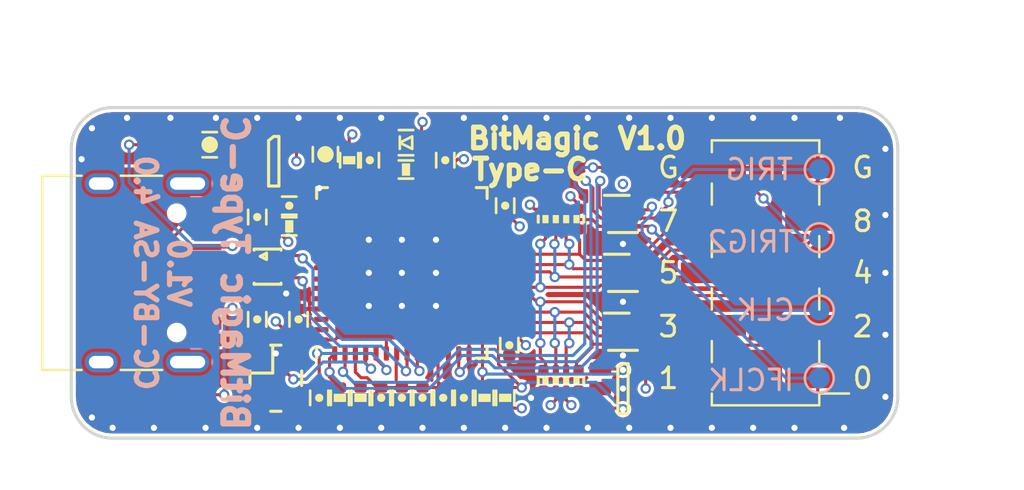
<source format=kicad_pcb>
(kicad_pcb (version 20171130) (host pcbnew "(5.1.5-0-10_14)")
  (title_block (title BitMagic-Basic) (rev V1.0b) (company 1BitSquared) (comment 1 "CC-BY-SA V4.0") (comment 2 "(C) 2019 1BitSquared <info@1bitsquared.com>") (comment 3 "(C) 2019 Piotr Esden-Tempski <piotr@esden.net>"))
  (layers (0 F.Cu signal) (1 In1.Cu signal) (2 In2.Cu signal) (31 B.Cu signal) (34 B.Paste user) (35 F.Paste user) (36 B.SilkS user) (37 F.SilkS user) (38 B.Mask user) (39 F.Mask user) (44 Edge.Cuts user))
  (net 0 "")
  (net 1 +3V3)
  (net 2 GND)
  (net 3 +5V)
  (net 4 "Net-(C12-Pad1)")
  (net 5 /XTALOUT)
  (net 6 /XTALIN)
  (net 7 /SCL)
  (net 8 /SDA)
  (net 9 /PB0)
  (net 10 /PB1)
  (net 11 /PB2)
  (net 12 /PB5)
  (net 13 /PB6)
  (net 14 /PB7)
  (net 15 /~RESET)
  (net 16 /WAKEUP)
  (net 17 /PB3)
  (net 18 /PB4)
  (net 19 /xPB1)
  (net 20 /xPB0)
  (net 21 /xPB3)
  (net 22 /xPB2)
  (net 23 /xPB5)
  (net 24 /xPB4)
  (net 25 /xPB7)
  (net 26 /xPB6)
  (net 27 /shield)
  (net 28 /USBD_P)
  (net 29 /xUSBD_P)
  (net 30 /USBD_N)
  (net 31 /xUSBD_N)
  (net 32 /PA1)
  (net 33 /TRIG)
  (net 34 /CLK)
  (net 35 /xTRIG)
  (net 36 /xCLK)
  (net 37 /xIFCLK)
  (net 38 /IFCLK)
  (net 39 "Net-(D1-PadC)")
  (net 40 /TRIG2)
  (net 41 /xTRIG2)
  (net 42 "Net-(IC1-Pad50)")
  (net 43 "Net-(IC1-Pad49)")
  (net 44 "Net-(IC1-Pad54)")
  (net 45 "Net-(IC1-Pad52)")
  (net 46 "Net-(IC1-Pad51)")
  (net 47 "Net-(IC1-Pad48)")
  (net 48 "Net-(IC1-Pad47)")
  (net 49 "Net-(IC1-Pad46)")
  (net 50 "Net-(IC1-Pad45)")
  (net 51 "Net-(IC1-Pad40)")
  (net 52 "Net-(IC1-Pad39)")
  (net 53 "Net-(IC1-Pad38)")
  (net 54 "Net-(IC1-Pad37)")
  (net 55 "Net-(IC1-Pad36)")
  (net 56 "Net-(IC1-Pad35)")
  (net 57 "Net-(IC1-Pad33)")
  (net 58 "Net-(IC1-Pad31)")
  (net 59 "Net-(IC1-Pad29)")
  (net 60 "Net-(J2-PadB5)")
  (net 61 "Net-(J2-PadA8)")
  (net 62 "Net-(J2-PadA5)")
  (net 63 "Net-(J2-PadB8)")
  (net 64 "Net-(U5-Pad4)")
  (module Connector_PinHeader_2.54mm:PinHeader_2x05_P2.54mm_Vertical_SMD (layer F.Cu) (at 52.6 30 180)
    (fp_text reference J1 hide)
    (fp_text value Conn_02x05_Odd_Even)
    (pad 1 smd rect (at -2.525 -5.08 180) (size 3.15 1) (layers F.Cu F.Paste F.Mask) (net 20 /xPB0))
    (pad 2 smd rect (at 2.525 -5.08 180) (size 3.15 1) (layers F.Cu F.Paste F.Mask) (net 19 /xPB1))
    (pad 3 smd rect (at -2.525 -2.54 180) (size 3.15 1) (layers F.Cu F.Paste F.Mask) (net 22 /xPB2))
    (pad 4 smd rect (at 2.525 -2.54 180) (size 3.15 1) (layers F.Cu F.Paste F.Mask) (net 21 /xPB3))
    (pad 5 smd rect (at -2.525 0 180) (size 3.15 1) (layers F.Cu F.Paste F.Mask) (net 24 /xPB4))
    (pad 6 smd rect (at 2.525 0 180) (size 3.15 1) (layers F.Cu F.Paste F.Mask) (net 23 /xPB5))
    (pad 7 smd rect (at -2.525 2.54 180) (size 3.15 1) (layers F.Cu F.Paste F.Mask) (net 26 /xPB6))
    (pad 8 smd rect (at 2.525 2.54 180) (size 3.15 1) (layers F.Cu F.Paste F.Mask) (net 25 /xPB7))
    (pad 9 smd rect (at -2.525 5.08 180) (size 3.15 1) (layers F.Cu F.Paste F.Mask) (net 2 GND))
    (pad 10 smd rect (at 2.525 5.08 180) (size 3.15 1) (layers F.Cu F.Paste F.Mask) (net 2 GND))
  )
  (module pkl_misc:ABM8 (layer F.Cu) (at 28.9 35.1 270)
    (fp_text reference X1)
    (fp_text value 24MHz)
    (pad GND smd roundrect (at 1.15 0.925 270) (size 1.3 1.05) (layers F.Cu F.Paste F.Mask) (roundrect_rratio 0.238) (net 2 GND))
    (pad GND smd roundrect (at -1.15 -0.925 270) (size 1.3 1.05) (layers F.Cu F.Paste F.Mask) (roundrect_rratio 0.238) (net 2 GND))
    (pad 2 smd roundrect (at 1.15 -0.925 270) (size 1.3 1.05) (layers F.Cu F.Paste F.Mask) (roundrect_rratio 0.238) (net 6 /XTALIN))
    (pad 1 smd roundrect (at -1.15 0.925 270) (size 1.3 1.05) (layers F.Cu F.Paste F.Mask) (roundrect_rratio 0.238) (net 5 /XTALOUT))
  )
  (module pkl_housings_dfn_qfn:DFN-8-1EP_1.35x1.7mm_Pitch0.4mm (layer F.Cu) (at 45.7 32.85)
    (fp_text reference U3)
    (fp_text value IP425x-4-TTL)
    (pad 9 smd roundrect (at 0 0) (size 0.4 1.4) (layers F.Cu F.Mask) (roundrect_rratio 0.125) (net 2 GND))
    (pad 8 smd roundrect (at 0.675 -0.6) (size 0.5 0.22) (layers F.Cu F.Paste F.Mask) (net 21 /xPB3))
    (pad 7 smd roundrect (at 0.675 -0.2) (size 0.5 0.22) (layers F.Cu F.Paste F.Mask) (net 22 /xPB2))
    (pad 6 smd roundrect (at 0.675 0.2) (size 0.5 0.22) (layers F.Cu F.Paste F.Mask) (net 19 /xPB1))
    (pad 5 smd roundrect (at 0.675 0.6) (size 0.5 0.22) (layers F.Cu F.Paste F.Mask) (net 20 /xPB0))
    (pad 4 smd roundrect (at -0.675 0.6) (size 0.5 0.22) (layers F.Cu F.Paste F.Mask) (net 9 /PB0))
    (pad 3 smd roundrect (at -0.675 0.2) (size 0.5 0.22) (layers F.Cu F.Paste F.Mask) (net 10 /PB1))
    (pad 2 smd roundrect (at -0.675 -0.2) (size 0.5 0.22) (layers F.Cu F.Paste F.Mask) (net 11 /PB2))
    (pad 1 smd roundrect (at -0.675 -0.6) (size 0.5 0.22) (layers F.Cu F.Paste F.Mask) (net 17 /PB3))
  )
  (module pkl_housings_dfn_qfn:DFN-8-1EP_1.35x1.7mm_Pitch0.4mm (layer F.Cu) (at 45.7 30)
    (fp_text reference U4)
    (fp_text value IP425x-4-TTL)
    (pad 9 smd roundrect (at 0 0) (size 0.4 1.4) (layers F.Cu F.Mask) (roundrect_rratio 0.125) (net 2 GND))
    (pad 8 smd roundrect (at 0.675 -0.6) (size 0.5 0.22) (layers F.Cu F.Paste F.Mask) (net 25 /xPB7))
    (pad 7 smd roundrect (at 0.675 -0.2) (size 0.5 0.22) (layers F.Cu F.Paste F.Mask) (net 26 /xPB6))
    (pad 6 smd roundrect (at 0.675 0.2) (size 0.5 0.22) (layers F.Cu F.Paste F.Mask) (net 23 /xPB5))
    (pad 5 smd roundrect (at 0.675 0.6) (size 0.5 0.22) (layers F.Cu F.Paste F.Mask) (net 24 /xPB4))
    (pad 4 smd roundrect (at -0.675 0.6) (size 0.5 0.22) (layers F.Cu F.Paste F.Mask) (net 18 /PB4))
    (pad 3 smd roundrect (at -0.675 0.2) (size 0.5 0.22) (layers F.Cu F.Paste F.Mask) (net 12 /PB5))
    (pad 2 smd roundrect (at -0.675 -0.2) (size 0.5 0.22) (layers F.Cu F.Paste F.Mask) (net 13 /PB6))
    (pad 1 smd roundrect (at -0.675 -0.6) (size 0.5 0.22) (layers F.Cu F.Paste F.Mask) (net 14 /PB7))
  )
  (module pkl_housings_dfn_qfn:DFN-8-1EP_1.35x1.7mm_Pitch0.4mm (layer F.Cu) (at 45.7 27.15)
    (fp_text reference U6)
    (fp_text value IP425x-4-TTL)
    (pad 9 smd roundrect (at 0 0) (size 0.4 1.4) (layers F.Cu F.Mask) (roundrect_rratio 0.125) (net 2 GND))
    (pad 8 smd roundrect (at 0.675 -0.6) (size 0.5 0.22) (layers F.Cu F.Paste F.Mask) (net 41 /xTRIG2))
    (pad 7 smd roundrect (at 0.675 -0.2) (size 0.5 0.22) (layers F.Cu F.Paste F.Mask) (net 37 /xIFCLK))
    (pad 6 smd roundrect (at 0.675 0.2) (size 0.5 0.22) (layers F.Cu F.Paste F.Mask) (net 35 /xTRIG))
    (pad 5 smd roundrect (at 0.675 0.6) (size 0.5 0.22) (layers F.Cu F.Paste F.Mask) (net 36 /xCLK))
    (pad 4 smd roundrect (at -0.675 0.6) (size 0.5 0.22) (layers F.Cu F.Paste F.Mask) (net 34 /CLK))
    (pad 3 smd roundrect (at -0.675 0.2) (size 0.5 0.22) (layers F.Cu F.Paste F.Mask) (net 33 /TRIG))
    (pad 2 smd roundrect (at -0.675 -0.2) (size 0.5 0.22) (layers F.Cu F.Paste F.Mask) (net 38 /IFCLK))
    (pad 1 smd roundrect (at -0.675 -0.6) (size 0.5 0.22) (layers F.Cu F.Paste F.Mask) (net 40 /TRIG2))
  )
  (module pkl_housings_dfn_qfn:QFN-56-1EP_8x8mm_Pitch0.5mm (layer F.Cu) (at 35 30 90)
    (fp_text reference IC1)
    (fp_text value CY7C68013A-56)
    (pad 57 smd roundrect (at 0 0 90) (size 6.45 6.45) (layers F.Cu F.Mask) (roundrect_rratio 0.039) (net 2 GND))
    (pad 57 thru_hole circle (at -1.6 1.65 90) (size 0.5 0.5) (drill 0.3) (layers *.Cu F.Mask) (net 2 GND))
    (pad 57 thru_hole circle (at -1.6 0 90) (size 0.5 0.5) (drill 0.3) (layers *.Cu F.Mask) (net 2 GND))
    (pad 57 thru_hole circle (at -1.6 -1.6 90) (size 0.5 0.5) (drill 0.3) (layers *.Cu F.Mask) (net 2 GND))
    (pad 57 thru_hole circle (at 0 -1.6 90) (size 0.5 0.5) (drill 0.3) (layers *.Cu F.Mask) (net 2 GND))
    (pad 57 thru_hole circle (at 0 0 90) (size 0.5 0.5) (drill 0.3) (layers *.Cu F.Mask) (net 2 GND))
    (pad 57 thru_hole circle (at 0 1.65 90) (size 0.5 0.5) (drill 0.3) (layers *.Cu F.Mask) (net 2 GND))
    (pad 57 thru_hole circle (at 1.6 1.65 90) (size 0.5 0.5) (drill 0.3) (layers *.Cu F.Mask) (net 2 GND))
    (pad 57 thru_hole circle (at 1.6 0 90) (size 0.5 0.5) (drill 0.3) (layers *.Cu F.Mask) (net 2 GND))
    (pad 57 thru_hole circle (at 1.6 -1.6 90) (size 0.5 0.5) (drill 0.3) (layers *.Cu F.Mask) (net 2 GND))
    (pad 22 smd roundrect (at 0.25 3.9 180) (size 0.7 0.25) (layers F.Cu F.Paste F.Mask) (net 18 /PB4))
    (pad 21 smd roundrect (at -0.25 3.9 180) (size 0.7 0.25) (layers F.Cu F.Paste F.Mask) (net 17 /PB3))
    (pad 50 smd roundrect (at -0.3 -3.9 180) (size 0.7 0.25) (layers F.Cu F.Paste F.Mask) (net 42 "Net-(IC1-Pad50)"))
    (pad 49 smd roundrect (at 0.25 -3.9 180) (size 0.7 0.25) (layers F.Cu F.Paste F.Mask) (net 43 "Net-(IC1-Pad49)"))
    (pad 56 smd roundrect (at -3.25 -3.9 180) (size 0.7 0.25) (layers F.Cu F.Paste F.Mask) (net 2 GND))
    (pad 55 smd roundrect (at -2.75 -3.9 180) (size 0.7 0.25) (layers F.Cu F.Paste F.Mask) (net 1 +3V3))
    (pad 54 smd roundrect (at -2.25 -3.9 180) (size 0.7 0.25) (layers F.Cu F.Paste F.Mask) (net 44 "Net-(IC1-Pad54)"))
    (pad 53 smd roundrect (at -1.75 -3.9 180) (size 0.7 0.25) (layers F.Cu F.Paste F.Mask) (net 2 GND))
    (pad 52 smd roundrect (at -1.25 -3.9 180) (size 0.7 0.25) (layers F.Cu F.Paste F.Mask) (net 45 "Net-(IC1-Pad52)"))
    (pad 51 smd roundrect (at -0.75 -3.9 180) (size 0.7 0.25) (layers F.Cu F.Paste F.Mask) (net 46 "Net-(IC1-Pad51)"))
    (pad 48 smd roundrect (at 0.75 -3.9 180) (size 0.7 0.25) (layers F.Cu F.Paste F.Mask) (net 47 "Net-(IC1-Pad48)"))
    (pad 47 smd roundrect (at 1.25 -3.9 180) (size 0.7 0.25) (layers F.Cu F.Paste F.Mask) (net 48 "Net-(IC1-Pad47)"))
    (pad 46 smd roundrect (at 1.75 -3.9 180) (size 0.7 0.25) (layers F.Cu F.Paste F.Mask) (net 49 "Net-(IC1-Pad46)"))
    (pad 45 smd roundrect (at 2.25 -3.9 180) (size 0.7 0.25) (layers F.Cu F.Paste F.Mask) (net 50 "Net-(IC1-Pad45)"))
    (pad 44 smd roundrect (at 2.75 -3.9 180) (size 0.7 0.25) (layers F.Cu F.Paste F.Mask) (net 16 /WAKEUP))
    (pad 43 smd roundrect (at 3.25 -3.9 180) (size 0.7 0.25) (layers F.Cu F.Paste F.Mask) (net 1 +3V3))
    (pad 42 smd roundrect (at 3.9 -3.25 90) (size 0.7 0.25) (layers F.Cu F.Paste F.Mask) (net 15 /~RESET))
    (pad 41 smd roundrect (at 3.9 -2.75 90) (size 0.7 0.25) (layers F.Cu F.Paste F.Mask) (net 2 GND))
    (pad 40 smd roundrect (at 3.9 -2.25 90) (size 0.7 0.25) (layers F.Cu F.Paste F.Mask) (net 51 "Net-(IC1-Pad40)"))
    (pad 39 smd roundrect (at 3.9 -1.75 90) (size 0.7 0.25) (layers F.Cu F.Paste F.Mask) (net 52 "Net-(IC1-Pad39)"))
    (pad 38 smd roundrect (at 3.9 -1.25 90) (size 0.7 0.25) (layers F.Cu F.Paste F.Mask) (net 53 "Net-(IC1-Pad38)"))
    (pad 37 smd roundrect (at 3.9 -0.75 90) (size 0.7 0.25) (layers F.Cu F.Paste F.Mask) (net 54 "Net-(IC1-Pad37)"))
    (pad 36 smd roundrect (at 3.9 -0.25 90) (size 0.7 0.25) (layers F.Cu F.Paste F.Mask) (net 55 "Net-(IC1-Pad36)"))
    (pad 35 smd roundrect (at 3.9 0.25 90) (size 0.7 0.25) (layers F.Cu F.Paste F.Mask) (net 56 "Net-(IC1-Pad35)"))
    (pad 34 smd roundrect (at 3.9 0.75 90) (size 0.7 0.25) (layers F.Cu F.Paste F.Mask) (net 32 /PA1))
    (pad 33 smd roundrect (at 3.9 1.25 90) (size 0.7 0.25) (layers F.Cu F.Paste F.Mask) (net 57 "Net-(IC1-Pad33)"))
    (pad 32 smd roundrect (at 3.9 1.75 90) (size 0.7 0.25) (layers F.Cu F.Paste F.Mask) (net 1 +3V3))
    (pad 31 smd roundrect (at 3.9 2.25 90) (size 0.7 0.25) (layers F.Cu F.Paste F.Mask) (net 58 "Net-(IC1-Pad31)"))
    (pad 30 smd roundrect (at 3.9 2.75 90) (size 0.7 0.25) (layers F.Cu F.Paste F.Mask) (net 34 /CLK))
    (pad 29 smd roundrect (at 3.9 3.25 90) (size 0.7 0.25) (layers F.Cu F.Paste F.Mask) (net 59 "Net-(IC1-Pad29)"))
    (pad 28 smd roundrect (at 3.25 3.9 180) (size 0.7 0.25) (layers F.Cu F.Paste F.Mask) (net 2 GND))
    (pad 27 smd roundrect (at 2.75 3.9 180) (size 0.7 0.25) (layers F.Cu F.Paste F.Mask) (net 1 +3V3))
    (pad 26 smd roundrect (at 2.25 3.9 180) (size 0.7 0.25) (layers F.Cu F.Paste F.Mask) (net 2 GND))
    (pad 25 smd roundrect (at 1.75 3.9 180) (size 0.7 0.25) (layers F.Cu F.Paste F.Mask) (net 14 /PB7))
    (pad 24 smd roundrect (at 1.25 3.9 180) (size 0.7 0.25) (layers F.Cu F.Paste F.Mask) (net 13 /PB6))
    (pad 23 smd roundrect (at 0.75 3.9 180) (size 0.7 0.25) (layers F.Cu F.Paste F.Mask) (net 12 /PB5))
    (pad 20 smd roundrect (at -0.75 3.9 180) (size 0.7 0.25) (layers F.Cu F.Paste F.Mask) (net 11 /PB2))
    (pad 19 smd roundrect (at -1.25 3.9 180) (size 0.7 0.25) (layers F.Cu F.Paste F.Mask) (net 10 /PB1))
    (pad 18 smd roundrect (at -1.75 3.9 180) (size 0.7 0.25) (layers F.Cu F.Paste F.Mask) (net 9 /PB0))
    (pad 17 smd roundrect (at -2.25 3.9 180) (size 0.7 0.25) (layers F.Cu F.Paste F.Mask) (net 1 +3V3))
    (pad 16 smd roundrect (at -2.75 3.9 180) (size 0.7 0.25) (layers F.Cu F.Paste F.Mask) (net 8 /SDA))
    (pad 15 smd roundrect (at -3.25 3.9 180) (size 0.7 0.25) (layers F.Cu F.Paste F.Mask) (net 7 /SCL))
    (pad 14 smd roundrect (at -3.9 3.25 90) (size 0.7 0.25) (layers F.Cu F.Paste F.Mask) (net 2 GND))
    (pad 13 smd roundrect (at -3.9 2.75 90) (size 0.7 0.25) (layers F.Cu F.Paste F.Mask) (net 38 /IFCLK))
    (pad 12 smd roundrect (at -3.9 2.25 90) (size 0.7 0.25) (layers F.Cu F.Paste F.Mask) (net 2 GND))
    (pad 11 smd roundrect (at -3.9 1.75 90) (size 0.7 0.25) (layers F.Cu F.Paste F.Mask) (net 1 +3V3))
    (pad 10 smd roundrect (at -3.9 1.25 90) (size 0.7 0.25) (layers F.Cu F.Paste F.Mask) (net 2 GND))
    (pad 9 smd roundrect (at -3.9 0.75 90) (size 0.7 0.25) (layers F.Cu F.Paste F.Mask) (net 30 /USBD_N))
    (pad 8 smd roundrect (at -3.9 0.25 90) (size 0.7 0.25) (layers F.Cu F.Paste F.Mask) (net 28 /USBD_P))
    (pad 7 smd roundrect (at -3.9 -0.25 90) (size 0.7 0.25) (layers F.Cu F.Paste F.Mask) (net 1 +3V3))
    (pad 6 smd roundrect (at -3.9 -0.75 90) (size 0.7 0.25) (layers F.Cu F.Paste F.Mask) (net 2 GND))
    (pad 5 smd roundrect (at -3.9 -1.25 90) (size 0.7 0.25) (layers F.Cu F.Paste F.Mask) (net 6 /XTALIN))
    (pad 4 smd roundrect (at -3.9 -1.75 90) (size 0.7 0.25) (layers F.Cu F.Paste F.Mask) (net 5 /XTALOUT))
    (pad 3 smd roundrect (at -3.9 -2.25 90) (size 0.7 0.25) (layers F.Cu F.Paste F.Mask) (net 1 +3V3))
    (pad 2 smd roundrect (at -3.9 -2.75 90) (size 0.7 0.25) (layers F.Cu F.Paste F.Mask) (net 40 /TRIG2))
    (pad 1 smd roundrect (at -3.9 -3.25 90) (size 0.7 0.25) (layers F.Cu F.Paste F.Mask) (net 33 /TRIG))
  )
  (module pkl_dipol:C_0603 (layer F.Cu) (at 25.7 23.8 180)
    (fp_text reference C11)
    (fp_text value 4u7)
    (pad 2 smd roundrect (at 0.75 0 180) (size 0.6 0.9) (layers F.Cu F.Paste F.Mask) (net 2 GND))
    (pad 1 smd roundrect (at -0.75 0 180) (size 0.6 0.9) (layers F.Cu F.Paste F.Mask) (net 3 +5V))
  )
  (module pkl_dipol:C_0603 (layer F.Cu) (at 31.3 24.263544 270)
    (fp_text reference C13)
    (fp_text value 4u7)
    (pad 2 smd roundrect (at 0.75 0 270) (size 0.6 0.9) (layers F.Cu F.Paste F.Mask) (net 2 GND))
    (pad 1 smd roundrect (at -0.75 0 270) (size 0.6 0.9) (layers F.Cu F.Paste F.Mask) (net 1 +3V3))
  )
  (module pkl_housings_sot:SOT-23-5 (layer F.Cu) (at 45.7 35.6 180)
    (fp_text reference U5)
    (fp_text value 24LC00)
    (pad 5 smd roundrect (at -1.1 0.95) (size 1.06 0.65) (layers F.Cu F.Paste F.Mask) (net 1 +3V3))
    (pad 4 smd roundrect (at -1.1 -0.95) (size 1.06 0.65) (layers F.Cu F.Paste F.Mask) (net 64 "Net-(U5-Pad4)"))
    (pad 3 smd roundrect (at 1.1 -0.95) (size 1.06 0.65) (layers F.Cu F.Paste F.Mask) (net 8 /SDA))
    (pad 2 smd roundrect (at 1.1 0) (size 1.06 0.65) (layers F.Cu F.Paste F.Mask) (net 2 GND))
    (pad 1 smd roundrect (at 1.1 0.95) (size 1.06 0.65) (layers F.Cu F.Paste F.Mask) (net 7 /SCL))
  )
  (module pkl_housings_sot:SOT-23-5 (layer F.Cu) (at 28.8 24.6 180)
    (fp_text reference U1)
    (fp_text value 3.3V)
    (pad 5 smd roundrect (at -1.1 0.95) (size 1.06 0.65) (layers F.Cu F.Paste F.Mask) (net 1 +3V3))
    (pad 4 smd roundrect (at -1.1 -0.95) (size 1.06 0.65) (layers F.Cu F.Paste F.Mask) (net 4 "Net-(C12-Pad1)"))
    (pad 3 smd roundrect (at 1.1 -0.95) (size 1.06 0.65) (layers F.Cu F.Paste F.Mask) (net 3 +5V))
    (pad 2 smd roundrect (at 1.1 0) (size 1.06 0.65) (layers F.Cu F.Paste F.Mask) (net 2 GND))
    (pad 1 smd roundrect (at 1.1 0.95) (size 1.06 0.65) (layers F.Cu F.Paste F.Mask) (net 3 +5V))
  )
  (module pkl_dipol:D_0603 (layer F.Cu) (at 35.2 23.7)
    (fp_text reference D1)
    (fp_text value GRN)
    (pad C smd roundrect (at -0.75 0 180) (size 0.6 0.9) (layers F.Cu F.Paste F.Mask) (net 39 "Net-(D1-PadC)"))
    (pad A smd roundrect (at 0.75 0 180) (size 0.6 0.9) (layers F.Cu F.Paste F.Mask) (net 1 +3V3))
  )
  (module pkl_dipol:R_0402 (layer F.Cu) (at 33 36.05 90)
    (fp_text reference R7)
    (fp_text value 100k)
    (pad 2 smd roundrect (at 0.5 0 90) (size 0.5 0.6) (layers F.Cu F.Paste F.Mask) (net 40 /TRIG2))
    (pad 1 smd roundrect (at -0.5 0 90) (size 0.5 0.6) (layers F.Cu F.Paste F.Mask) (net 1 +3V3))
  )
  (module pkl_dipol:R_0402 (layer F.Cu) (at 35.2 25)
    (fp_text reference R1)
    (fp_text value 330E)
    (pad 2 smd roundrect (at 0.5 0) (size 0.5 0.6) (layers F.Cu F.Paste F.Mask) (net 32 /PA1))
    (pad 1 smd roundrect (at -0.5 0) (size 0.5 0.6) (layers F.Cu F.Paste F.Mask) (net 39 "Net-(D1-PadC)"))
  )
  (module pkl_dipol:R_0402 (layer F.Cu) (at 39 36.05 270)
    (fp_text reference R2)
    (fp_text value 2k7)
    (pad 2 smd roundrect (at 0.5 0 270) (size 0.5 0.6) (layers F.Cu F.Paste F.Mask) (net 1 +3V3))
    (pad 1 smd roundrect (at -0.5 0 270) (size 0.5 0.6) (layers F.Cu F.Paste F.Mask) (net 7 /SCL))
  )
  (module pkl_dipol:R_0402 (layer F.Cu) (at 40 36.05 270)
    (fp_text reference R3)
    (fp_text value 2k7)
    (pad 2 smd roundrect (at 0.5 0 270) (size 0.5 0.6) (layers F.Cu F.Paste F.Mask) (net 1 +3V3))
    (pad 1 smd roundrect (at -0.5 0 270) (size 0.5 0.6) (layers F.Cu F.Paste F.Mask) (net 8 /SDA))
  )
  (module pkl_dipol:R_0402 (layer F.Cu) (at 32.45 24.55 90)
    (fp_text reference R4)
    (fp_text value 2k7)
    (pad 2 smd roundrect (at 0.5 0 90) (size 0.5 0.6) (layers F.Cu F.Paste F.Mask) (net 1 +3V3))
    (pad 1 smd roundrect (at -0.5 0 90) (size 0.5 0.6) (layers F.Cu F.Paste F.Mask) (net 15 /~RESET))
  )
  (module pkl_dipol:R_0402 (layer F.Cu) (at 29.55 27.75 180)
    (fp_text reference R5)
    (fp_text value 100k)
    (pad 2 smd roundrect (at 0.5 0 180) (size 0.5 0.6) (layers F.Cu F.Paste F.Mask) (net 1 +3V3))
    (pad 1 smd roundrect (at -0.5 0 180) (size 0.5 0.6) (layers F.Cu F.Paste F.Mask) (net 16 /WAKEUP))
  )
  (module pkl_dipol:R_0402 (layer F.Cu) (at 32 36.05 90)
    (fp_text reference R6)
    (fp_text value 100k)
    (pad 2 smd roundrect (at 0.5 0 90) (size 0.5 0.6) (layers F.Cu F.Paste F.Mask) (net 33 /TRIG))
    (pad 1 smd roundrect (at -0.5 0 90) (size 0.5 0.6) (layers F.Cu F.Paste F.Mask) (net 1 +3V3))
  )
  (module pkl_dipol:C_0402 (layer F.Cu) (at 38 36.05 270)
    (fp_text reference C1)
    (fp_text value 100n)
    (pad 2 smd roundrect (at 0.5 0 270) (size 0.5 0.6) (layers F.Cu F.Paste F.Mask) (net 2 GND))
    (pad 1 smd roundrect (at -0.5 0 270) (size 0.5 0.6) (layers F.Cu F.Paste F.Mask) (net 1 +3V3))
  )
  (module pkl_dipol:C_0402 (layer F.Cu) (at 40.2 33.5 270)
    (fp_text reference C2)
    (fp_text value 100n)
    (pad 2 smd roundrect (at 0.5 0 270) (size 0.5 0.6) (layers F.Cu F.Paste F.Mask) (net 2 GND))
    (pad 1 smd roundrect (at -0.5 0 270) (size 0.5 0.6) (layers F.Cu F.Paste F.Mask) (net 1 +3V3))
  )
  (module pkl_dipol:C_0402 (layer F.Cu) (at 40 26.75 90)
    (fp_text reference C3)
    (fp_text value 100n)
    (pad 2 smd roundrect (at 0.5 0 90) (size 0.5 0.6) (layers F.Cu F.Paste F.Mask) (net 2 GND))
    (pad 1 smd roundrect (at -0.5 0 90) (size 0.5 0.6) (layers F.Cu F.Paste F.Mask) (net 1 +3V3))
  )
  (module pkl_dipol:C_0402 (layer F.Cu) (at 37.1 24.55 90)
    (fp_text reference C4)
    (fp_text value 100n)
    (pad 2 smd roundrect (at 0.5 0 90) (size 0.5 0.6) (layers F.Cu F.Paste F.Mask) (net 2 GND))
    (pad 1 smd roundrect (at -0.5 0 90) (size 0.5 0.6) (layers F.Cu F.Paste F.Mask) (net 1 +3V3))
  )
  (module pkl_dipol:C_0402 (layer F.Cu) (at 29.55 26.75 180)
    (fp_text reference C5)
    (fp_text value 100n)
    (pad 2 smd roundrect (at 0.5 0 180) (size 0.5 0.6) (layers F.Cu F.Paste F.Mask) (net 2 GND))
    (pad 1 smd roundrect (at -0.5 0 180) (size 0.5 0.6) (layers F.Cu F.Paste F.Mask) (net 1 +3V3))
  )
  (module pkl_dipol:C_0402 (layer F.Cu) (at 30 32.25 90)
    (fp_text reference C6)
    (fp_text value 100n)
    (pad 2 smd roundrect (at 0.5 0 90) (size 0.5 0.6) (layers F.Cu F.Paste F.Mask) (net 2 GND))
    (pad 1 smd roundrect (at -0.5 0 90) (size 0.5 0.6) (layers F.Cu F.Paste F.Mask) (net 1 +3V3))
  )
  (module pkl_dipol:C_0402 (layer F.Cu) (at 34.000001 36.05 270)
    (fp_text reference C7)
    (fp_text value 2u2)
    (pad 2 smd roundrect (at 0.5 0 270) (size 0.5 0.6) (layers F.Cu F.Paste F.Mask) (net 2 GND))
    (pad 1 smd roundrect (at -0.5 0 270) (size 0.5 0.6) (layers F.Cu F.Paste F.Mask) (net 1 +3V3))
  )
  (module pkl_dipol:C_0402 (layer F.Cu) (at 37 36.05 270)
    (fp_text reference C8)
    (fp_text value 2u2)
    (pad 2 smd roundrect (at 0.5 0 270) (size 0.5 0.6) (layers F.Cu F.Paste F.Mask) (net 2 GND))
    (pad 1 smd roundrect (at -0.5 0 270) (size 0.5 0.6) (layers F.Cu F.Paste F.Mask) (net 1 +3V3))
  )
  (module pkl_dipol:C_0402 (layer F.Cu) (at 34.999999 36.05 270)
    (fp_text reference C9)
    (fp_text value 100n)
    (pad 2 smd roundrect (at 0.5 0 270) (size 0.5 0.6) (layers F.Cu F.Paste F.Mask) (net 2 GND))
    (pad 1 smd roundrect (at -0.5 0 270) (size 0.5 0.6) (layers F.Cu F.Paste F.Mask) (net 1 +3V3))
  )
  (module pkl_dipol:C_0402 (layer F.Cu) (at 36 36.05 270)
    (fp_text reference C10)
    (fp_text value 100n)
    (pad 2 smd roundrect (at 0.5 0 270) (size 0.5 0.6) (layers F.Cu F.Paste F.Mask) (net 2 GND))
    (pad 1 smd roundrect (at -0.5 0 270) (size 0.5 0.6) (layers F.Cu F.Paste F.Mask) (net 1 +3V3))
  )
  (module pkl_dipol:C_0402 (layer F.Cu) (at 28 27.3 270)
    (fp_text reference C12)
    (fp_text value 10n)
    (pad 2 smd roundrect (at 0.5 0 270) (size 0.5 0.6) (layers F.Cu F.Paste F.Mask) (net 2 GND))
    (pad 1 smd roundrect (at -0.5 0 270) (size 0.5 0.6) (layers F.Cu F.Paste F.Mask) (net 4 "Net-(C12-Pad1)"))
  )
  (module pkl_dipol:C_0402 (layer F.Cu) (at 33.45 24.55 90)
    (fp_text reference C14)
    (fp_text value 1u)
    (pad 2 smd roundrect (at 0.5 0 90) (size 0.5 0.6) (layers F.Cu F.Paste F.Mask) (net 2 GND))
    (pad 1 smd roundrect (at -0.5 0 90) (size 0.5 0.6) (layers F.Cu F.Paste F.Mask) (net 15 /~RESET))
  )
  (module pkl_dipol:C_0402 (layer F.Cu) (at 28 32.25 90)
    (fp_text reference C15)
    (fp_text value 10p)
    (pad 2 smd roundrect (at 0.5 0 90) (size 0.5 0.6) (layers F.Cu F.Paste F.Mask) (net 2 GND))
    (pad 1 smd roundrect (at -0.5 0 90) (size 0.5 0.6) (layers F.Cu F.Paste F.Mask) (net 5 /XTALOUT))
  )
  (module pkl_dipol:C_0402 (layer F.Cu) (at 31 36.05 270)
    (fp_text reference C16)
    (fp_text value 10p)
    (pad 2 smd roundrect (at 0.5 0 270) (size 0.5 0.6) (layers F.Cu F.Paste F.Mask) (net 2 GND))
    (pad 1 smd roundrect (at -0.5 0 270) (size 0.5 0.6) (layers F.Cu F.Paste F.Mask) (net 6 /XTALIN))
  )
  (module pkl_dipol:R_Array_Convex_4x0402 (layer F.Cu) (at 42.7 35.2 270)
    (fp_text reference R8)
    (fp_text value 150k)
    (pad 8 smd roundrect (at 0.5 0.85 270) (size 0.5 0.5) (layers F.Cu F.Paste F.Mask) (net 1 +3V3))
    (pad 6 smd roundrect (at 0.5 0.25 270) (size 0.5 0.3) (layers F.Cu F.Paste F.Mask) (net 1 +3V3))
    (pad 4 smd roundrect (at 0.5 -0.25 270) (size 0.5 0.3) (layers F.Cu F.Paste F.Mask) (net 1 +3V3))
    (pad 2 smd roundrect (at 0.5 -0.85 270) (size 0.5 0.5) (layers F.Cu F.Paste F.Mask) (net 1 +3V3))
    (pad 7 smd roundrect (at -0.5 0.85 270) (size 0.5 0.5) (layers F.Cu F.Paste F.Mask) (net 17 /PB3))
    (pad 1 smd roundrect (at -0.5 -0.85 270) (size 0.5 0.5) (layers F.Cu F.Paste F.Mask) (net 9 /PB0))
    (pad 5 smd roundrect (at -0.5 0.25 270) (size 0.5 0.3) (layers F.Cu F.Paste F.Mask) (net 11 /PB2))
    (pad 3 smd roundrect (at -0.5 -0.25 270) (size 0.5 0.3) (layers F.Cu F.Paste F.Mask) (net 10 /PB1))
  )
  (module pkl_dipol:R_Array_Convex_4x0402 (layer F.Cu) (at 42.7 27.4 90)
    (fp_text reference R9)
    (fp_text value 150k)
    (pad 8 smd roundrect (at 0.5 0.85 90) (size 0.5 0.5) (layers F.Cu F.Paste F.Mask) (net 1 +3V3))
    (pad 6 smd roundrect (at 0.5 0.25 90) (size 0.5 0.3) (layers F.Cu F.Paste F.Mask) (net 1 +3V3))
    (pad 4 smd roundrect (at 0.5 -0.25 90) (size 0.5 0.3) (layers F.Cu F.Paste F.Mask) (net 1 +3V3))
    (pad 2 smd roundrect (at 0.5 -0.85 90) (size 0.5 0.5) (layers F.Cu F.Paste F.Mask) (net 1 +3V3))
    (pad 7 smd roundrect (at -0.5 0.85 90) (size 0.5 0.5) (layers F.Cu F.Paste F.Mask) (net 14 /PB7))
    (pad 1 smd roundrect (at -0.5 -0.85 90) (size 0.5 0.5) (layers F.Cu F.Paste F.Mask) (net 18 /PB4))
    (pad 5 smd roundrect (at -0.5 0.25 90) (size 0.5 0.3) (layers F.Cu F.Paste F.Mask) (net 13 /PB6))
    (pad 3 smd roundrect (at -0.5 -0.25 90) (size 0.5 0.3) (layers F.Cu F.Paste F.Mask) (net 12 /PB5))
  )
  (module pkl_housings_sot:SOT-666 (layer F.Cu) (at 28.5 29.7)
    (fp_text reference U2)
    (fp_text value USBLC6-2)
    (pad 6 smd roundrect (at 0.85 -0.5375 270) (size 0.35 0.5) (layers F.Cu F.Paste F.Mask) (net 30 /USBD_N))
    (pad 5 smd roundrect (at 0.925 0 270) (size 0.3 0.65) (layers F.Cu F.Paste F.Mask) (net 3 +5V))
    (pad 4 smd roundrect (at 0.85 0.5375 270) (size 0.375 0.5) (layers F.Cu F.Paste F.Mask) (net 28 /USBD_P))
    (pad 3 smd roundrect (at -0.85 0.5375 270) (size 0.375 0.5) (layers F.Cu F.Paste F.Mask) (net 29 /xUSBD_P))
    (pad 2 smd roundrect (at -0.925 0 270) (size 0.3 0.65) (layers F.Cu F.Paste F.Mask) (net 2 GND))
    (pad 1 smd roundrect (at -0.85 -0.5375 270) (size 0.375 0.5) (layers F.Cu F.Paste F.Mask) (net 31 /xUSBD_N))
  )
  (module Connector_USB:USB_C_Receptacle_HRO_TYPE-C-31-M-12 (layer F.Cu) (at 21.5 30 270)
    (fp_text reference J2 hide)
    (fp_text value Host_USB_C)
    (pad S1 thru_hole oval (at 4.32 1.05 270) (size 1 1.6) (drill oval 0.6 1.2) (layers *.Cu *.Mask) (net 27 /shield))
    (pad "" np_thru_hole circle (at 2.89 -2.6 270) (size 0.65 0.65) (drill 0.65) (layers *.Cu *.Mask))
    (pad S1 thru_hole oval (at -4.32 1.05 270) (size 1 1.6) (drill oval 0.6 1.2) (layers *.Cu *.Mask) (net 27 /shield))
    (pad "" np_thru_hole circle (at -2.89 -2.6 270) (size 0.65 0.65) (drill 0.65) (layers *.Cu *.Mask))
    (pad S1 thru_hole oval (at -4.32 -3.13 270) (size 1 2.1) (drill oval 0.6 1.7) (layers *.Cu *.Mask) (net 27 /shield))
    (pad S1 thru_hole oval (at 4.32 -3.13 270) (size 1 2.1) (drill oval 0.6 1.7) (layers *.Cu *.Mask) (net 27 /shield))
    (pad A6 smd rect (at -0.25 -4.045 270) (size 0.3 1.45) (layers F.Cu F.Paste F.Mask) (net 29 /xUSBD_P))
    (pad B5 smd rect (at 1.75 -4.045 270) (size 0.3 1.45) (layers F.Cu F.Paste F.Mask) (net 60 "Net-(J2-PadB5)"))
    (pad A8 smd rect (at 1.25 -4.045 270) (size 0.3 1.45) (layers F.Cu F.Paste F.Mask) (net 61 "Net-(J2-PadA8)"))
    (pad B6 smd rect (at 0.75 -4.045 270) (size 0.3 1.45) (layers F.Cu F.Paste F.Mask) (net 29 /xUSBD_P))
    (pad A7 smd rect (at 0.25 -4.045 270) (size 0.3 1.45) (layers F.Cu F.Paste F.Mask) (net 31 /xUSBD_N))
    (pad B7 smd rect (at -0.75 -4.045 270) (size 0.3 1.45) (layers F.Cu F.Paste F.Mask) (net 31 /xUSBD_N))
    (pad A5 smd rect (at -1.25 -4.045 270) (size 0.3 1.45) (layers F.Cu F.Paste F.Mask) (net 62 "Net-(J2-PadA5)"))
    (pad B8 smd rect (at -1.75 -4.045 270) (size 0.3 1.45) (layers F.Cu F.Paste F.Mask) (net 63 "Net-(J2-PadB8)"))
    (pad A12 smd rect (at 3.25 -4.045 270) (size 0.6 1.45) (layers F.Cu F.Paste F.Mask) (net 2 GND))
    (pad B4 smd rect (at 2.45 -4.045 270) (size 0.6 1.45) (layers F.Cu F.Paste F.Mask) (net 3 +5V))
    (pad A4 smd rect (at -2.45 -4.045 270) (size 0.6 1.45) (layers F.Cu F.Paste F.Mask) (net 3 +5V))
    (pad A1 smd rect (at -3.25 -4.045 270) (size 0.6 1.45) (layers F.Cu F.Paste F.Mask) (net 2 GND))
    (pad B12 smd rect (at -3.25 -4.045 270) (size 0.6 1.45) (layers F.Cu F.Paste F.Mask) (net 2 GND))
    (pad B9 smd rect (at -2.45 -4.045 270) (size 0.6 1.45) (layers F.Cu F.Paste F.Mask) (net 3 +5V))
    (pad A9 smd rect (at 2.45 -4.045 270) (size 0.6 1.45) (layers F.Cu F.Paste F.Mask) (net 3 +5V))
    (pad B1 smd rect (at 3.25 -4.045 270) (size 0.6 1.45) (layers F.Cu F.Paste F.Mask) (net 2 GND))
  )
  (module Resistor_SMD:R_0402_1005Metric (layer F.Cu) (at 22.485 35.9 180)
    (fp_text reference R10 hide)
    (fp_text value 1m)
    (pad 1 smd roundrect (at -0.485 0 180) (size 0.59 0.64) (layers F.Cu F.Paste F.Mask) (net 2 GND))
    (pad 2 smd roundrect (at 0.485 0 180) (size 0.59 0.64) (layers F.Cu F.Paste F.Mask) (net 27 /shield))
  )
  (module Resistor_SMD:R_0402_1005Metric (layer F.Cu) (at 23.2 23.8 180)
    (fp_text reference R11 hide)
    (fp_text value 5k1)
    (pad 1 smd roundrect (at -0.485 0 180) (size 0.59 0.64) (layers F.Cu F.Paste F.Mask) (net 2 GND))
    (pad 2 smd roundrect (at 0.485 0 180) (size 0.59 0.64) (layers F.Cu F.Paste F.Mask) (net 62 "Net-(J2-PadA5)"))
  )
  (module Resistor_SMD:R_0402_1005Metric (layer F.Cu) (at 24.8 35.9)
    (fp_text reference R12 hide)
    (fp_text value 5k1)
    (pad 2 smd roundrect (at 0.485 0) (size 0.59 0.64) (layers F.Cu F.Paste F.Mask) (net 60 "Net-(J2-PadB5)"))
    (pad 1 smd roundrect (at -0.485 0) (size 0.59 0.64) (layers F.Cu F.Paste F.Mask) (net 2 GND))
  )
  (module TestPoint:TestPoint_Pad_D1.0mm (layer B.Cu) (at 55.2 25)
    (fp_text reference TP1 hide)
    (fp_text value T1 hide)
    (pad 1 smd circle (at 0 0) (size 1 1) (layers B.Cu B.Mask) (net 35 /xTRIG))
  )
  (module TestPoint:TestPoint_Pad_D1.0mm (layer B.Cu) (at 55.2 28.3)
    (fp_text reference TP2 hide)
    (fp_text value T2)
    (pad 1 smd circle (at 0 0) (size 1 1) (layers B.Cu B.Mask) (net 41 /xTRIG2))
  )
  (module TestPoint:TestPoint_Pad_D1.0mm (layer B.Cu) (at 55.2 31.8)
    (fp_text reference TP3 hide)
    (fp_text value CLK)
    (pad 1 smd circle (at 0 0) (size 1 1) (layers B.Cu B.Mask) (net 36 /xCLK))
  )
  (module TestPoint:TestPoint_Pad_D1.0mm (layer B.Cu) (at 55.2 35.1)
    (fp_text reference TP4 hide)
    (fp_text value IFCLK)
    (pad 1 smd circle (at 0 0) (size 1 1) (layers B.Cu B.Mask) (net 37 /xIFCLK))
  )
  (gr_text IFCLK (at 51.9 35.2) (layer B.SilkS) (effects (font (size 1 1)) (justify mirror)))
  (gr_text CLK (at 52.6 31.8) (layer B.SilkS) (effects (font (size 1 1)) (justify mirror)))
  (gr_text TRIG2 (at 51.9 28.5) (layer B.SilkS) (effects (font (size 1 1)) (justify mirror)))
  (gr_text TRIG (at 52.3 25) (layer B.SilkS) (effects (font (size 1 1)) (justify mirror)))
  (gr_text 0 (at 57.3 35.1) (layer F.SilkS) (effects (font (size 1 1))))
  (gr_text G (at 57.3 24.9) (layer F.SilkS) (effects (font (size 1 1))))
  (gr_text 2 (at 57.3 32.6) (layer F.SilkS) (effects (font (size 1 1))))
  (gr_text 8 (at 57.3 27.5) (layer F.SilkS) (effects (font (size 1 1))))
  (gr_text 4 (at 57.3 30) (layer F.SilkS) (effects (font (size 1 1))))
  (gr_text 1 (at 47.9 35.1) (layer F.SilkS) (effects (font (size 1 1))))
  (gr_text 3 (at 47.9 32.6) (layer F.SilkS) (effects (font (size 1 1))))
  (gr_text 5 (at 47.9 30) (layer F.SilkS) (effects (font (size 1 1))))
  (gr_text 7 (at 47.9 27.5) (layer F.SilkS) (effects (font (size 1 1))))
  (gr_text G (at 47.9 24.9) (layer F.SilkS) (effects (font (size 1 1))))
  (gr_text Type-C (at 41.2 25) (layer F.SilkS) (effects (font (size 1 1) (thickness 0.25))))
  (gr_text "V1.0\nCC-BY-SA 4.0" (at 23.4 30 270) (layer B.SilkS) (effects (font (size 1 1) (thickness 0.25)) (justify mirror)))
  (gr_text "BitMagic Type-C" (at 26.9 30 270) (layer B.SilkS) (effects (font (size 1.2 1.2) (thickness 0.3)) (justify mirror)))
  (gr_text V1.0 (at 47.1 23.5) (layer F.SilkS) (effects (font (size 1 1) (thickness 0.25))))
  (gr_text BitMagic (at 41.4 23.5) (layer F.SilkS) (effects (font (size 1 1) (thickness 0.25))))
  (gr_arc (start 21 36) (end 21 38) (angle 90) (layer Edge.Cuts) (width 0.15))
  (gr_arc (start 57 36) (end 59 36) (angle 90) (layer Edge.Cuts) (width 0.15))
  (gr_arc (start 57 24) (end 57 22) (angle 90) (layer Edge.Cuts) (width 0.15))
  (gr_arc (start 21 24) (end 19 24) (angle 90) (layer Edge.Cuts) (width 0.15))
  (gr_line (start 19 36) (end 19 24) (layer Edge.Cuts) (width 0.15))
  (gr_line (start 57 38) (end 21 38) (layer Edge.Cuts) (width 0.15))
  (gr_line (start 59 24) (end 59 36) (layer Edge.Cuts) (width 0.15))
  (gr_line (start 21 22) (end 57 22) (layer Edge.Cuts) (width 0.15))
  (via (at 45.7 25.7) (size 0.5) (drill 0.3) (layers F.Cu B.Cu) (net 0))
  (segment (start 29.149999 32.599999) (end 28.9 32.35) (width 0.15) (layer F.Cu) (net 1))
  (segment (start 29.3 32.75) (end 29.149999 32.599999) (width 0.15) (layer F.Cu) (net 1))
  (segment (start 30 32.75) (end 29.3 32.75) (width 0.15) (layer F.Cu) (net 1))
  (via (at 28.9 32.35) (size 0.5) (drill 0.3) (layers F.Cu B.Cu) (net 1))
  (segment (start 41.425004 26.925) (end 41.200004 26.7) (width 0.15) (layer F.Cu) (net 1))
  (segment (start 42.45 26.925) (end 41.425004 26.925) (width 0.15) (layer F.Cu) (net 1))
  (via (at 41.200004 26.7) (size 0.5) (drill 0.3) (layers F.Cu B.Cu) (net 1))
  (segment (start 37.15 25.05) (end 37.7 24.5) (width 0.15) (layer F.Cu) (net 1))
  (segment (start 37.1 25.05) (end 37.15 25.05) (width 0.15) (layer F.Cu) (net 1))
  (via (at 38 24.5) (size 0.5) (drill 0.3) (layers F.Cu B.Cu) (net 1))
  (segment (start 37.7 24.5) (end 38 24.5) (width 0.15) (layer F.Cu) (net 1))
  (segment (start 42.95 35.675) (end 42.95 36.15) (width 0.15) (layer F.Cu) (net 1))
  (via (at 43.2 36.4) (size 0.5) (drill 0.3) (layers F.Cu B.Cu) (net 1))
  (segment (start 42.95 36.15) (end 43.2 36.4) (width 0.15) (layer F.Cu) (net 1))
  (segment (start 42.45 35.675) (end 42.45 36.15) (width 0.15) (layer F.Cu) (net 1))
  (segment (start 42.45 36.15) (end 42.2 36.4) (width 0.15) (layer F.Cu) (net 1))
  (via (at 42.2 36.4) (size 0.5) (drill 0.3) (layers F.Cu B.Cu) (net 1))
  (segment (start 42.45 35.675) (end 41.95 35.675) (width 0.15) (layer F.Cu) (net 1))
  (segment (start 42.95 35.675) (end 42.45 35.675) (width 0.15) (layer F.Cu) (net 1))
  (segment (start 43.45 35.675) (end 42.95 35.675) (width 0.15) (layer F.Cu) (net 1))
  (segment (start 29.05 27.75) (end 29.05 28.05) (width 0.15) (layer F.Cu) (net 1))
  (segment (start 29.05 28.05) (end 29.5 28.5) (width 0.15) (layer F.Cu) (net 1))
  (via (at 29.5 28.5) (size 0.5) (drill 0.3) (layers F.Cu B.Cu) (net 1))
  (segment (start 29.9 23.65) (end 31.163544 23.65) (width 0.15) (layer F.Cu) (net 1))
  (segment (start 31.163544 23.65) (end 31.3 23.513544) (width 0.15) (layer F.Cu) (net 1))
  (segment (start 29.9 23.65) (end 29.9 24.6) (width 0.15) (layer F.Cu) (net 1))
  (via (at 29.9 24.6) (size 0.5) (drill 0.3) (layers F.Cu B.Cu) (net 1))
  (via (at 32.599996 23.3) (size 0.5) (drill 0.3) (layers F.Cu B.Cu) (net 1))
  (segment (start 32.45 23.449996) (end 32.599996 23.3) (width 0.15) (layer F.Cu) (net 1))
  (segment (start 32.45 24.05) (end 32.45 23.449996) (width 0.15) (layer F.Cu) (net 1))
  (segment (start 30 32.75) (end 31.1 32.75) (width 0.15) (layer F.Cu) (net 1))
  (segment (start 30.05 26.75) (end 31.1 26.75) (width 0.15) (layer F.Cu) (net 1))
  (segment (start 30.05 26.75) (end 29.05 27.75) (width 0.15) (layer F.Cu) (net 1))
  (segment (start 36.75 26.1) (end 36.75 25.4) (width 0.15) (layer F.Cu) (net 1))
  (segment (start 36.75 25.4) (end 37.1 25.05) (width 0.15) (layer F.Cu) (net 1))
  (segment (start 40 27.25) (end 38.9 27.25) (width 0.15) (layer F.Cu) (net 1))
  (segment (start 41.95 26.925) (end 42.45 26.925) (width 0.15) (layer F.Cu) (net 1))
  (segment (start 42.95 26.925) (end 42.45 26.925) (width 0.15) (layer F.Cu) (net 1))
  (segment (start 43.45 26.925) (end 42.95 26.925) (width 0.15) (layer F.Cu) (net 1))
  (segment (start 40.2 33) (end 40.5 33) (width 0.15) (layer F.Cu) (net 1))
  (segment (start 40.5 33) (end 41 33.5) (width 0.15) (layer F.Cu) (net 1))
  (via (at 41 33.5) (size 0.5) (drill 0.3) (layers F.Cu B.Cu) (net 1))
  (segment (start 38.9 32.25) (end 39.85 32.25) (width 0.15) (layer F.Cu) (net 1))
  (segment (start 39.85 32.25) (end 40.2 32.6) (width 0.15) (layer F.Cu) (net 1))
  (segment (start 40.2 32.6) (end 40.2 33) (width 0.15) (layer F.Cu) (net 1))
  (via (at 36 22.7) (size 0.5) (drill 0.3) (layers F.Cu B.Cu) (net 1))
  (segment (start 35.95 22.75) (end 36 22.7) (width 0.15) (layer F.Cu) (net 1))
  (segment (start 35.95 23.7) (end 35.95 22.75) (width 0.15) (layer F.Cu) (net 1))
  (via (at 46.8 35.6) (size 0.5) (drill 0.3) (layers F.Cu B.Cu) (net 1))
  (segment (start 46.8 34.65) (end 46.8 35.6) (width 0.15) (layer F.Cu) (net 1))
  (segment (start 42.95 26.925) (end 43.425 26.925) (width 0.15) (layer F.Cu) (net 1))
  (segment (start 32 36.55) (end 33 36.55) (width 0.15) (layer F.Cu) (net 1))
  (segment (start 33.000001 36.55) (end 34.000001 35.55) (width 0.15) (layer F.Cu) (net 1))
  (segment (start 33 36.55) (end 33.000001 36.55) (width 0.15) (layer F.Cu) (net 1))
  (segment (start 34.000001 35.55) (end 34.999999 35.55) (width 0.15) (layer F.Cu) (net 1))
  (segment (start 34.999999 35.55) (end 36 35.55) (width 0.15) (layer F.Cu) (net 1))
  (segment (start 36 35.55) (end 37 35.55) (width 0.15) (layer F.Cu) (net 1))
  (segment (start 36.75 35.3) (end 37 35.55) (width 0.15) (layer F.Cu) (net 1))
  (segment (start 36.75 33.9) (end 36.75 35.3) (width 0.15) (layer F.Cu) (net 1))
  (segment (start 37 35.55) (end 38 35.55) (width 0.15) (layer F.Cu) (net 1))
  (segment (start 38 35.55) (end 39 36.55) (width 0.15) (layer F.Cu) (net 1))
  (segment (start 39 36.55) (end 40 36.55) (width 0.15) (layer F.Cu) (net 1))
  (via (at 40.8 36.55) (size 0.5) (drill 0.3) (layers F.Cu B.Cu) (net 1))
  (segment (start 40 36.55) (end 40.8 36.55) (width 0.15) (layer F.Cu) (net 1))
  (segment (start 43.45 26.925) (end 43.45 26.585708) (width 0.15) (layer F.Cu) (net 1))
  (segment (start 43.45 26.585708) (end 43.158102 26.29381) (width 0.15) (layer F.Cu) (net 1))
  (via (at 43.158102 26.29381) (size 0.5) (drill 0.3) (layers F.Cu B.Cu) (net 1))
  (segment (start 34.75 33.9) (end 34.725941 33.924059) (width 0.15) (layer F.Cu) (net 1))
  (segment (start 34.725941 35.275942) (end 34.999999 35.55) (width 0.15) (layer F.Cu) (net 1))
  (segment (start 34.725941 33.924059) (end 34.725941 35.275942) (width 0.15) (layer F.Cu) (net 1))
  (segment (start 32.75 34.8) (end 32.75 33.9) (width 0.15) (layer F.Cu) (net 1))
  (segment (start 33.02599 35.07599) (end 32.75 34.8) (width 0.15) (layer F.Cu) (net 1))
  (segment (start 33.319566 35.07599) (end 33.02599 35.07599) (width 0.15) (layer F.Cu) (net 1))
  (segment (start 34.000001 35.55) (end 33.793576 35.55) (width 0.15) (layer F.Cu) (net 1))
  (segment (start 33.793576 35.55) (end 33.319566 35.07599) (width 0.15) (layer F.Cu) (net 1))
  (via (at 40.7 27.749994) (size 0.5) (drill 0.3) (layers F.Cu B.Cu) (net 1))
  (segment (start 40.200006 27.25) (end 40.7 27.749994) (width 0.15) (layer F.Cu) (net 1))
  (segment (start 40 27.25) (end 40.200006 27.25) (width 0.15) (layer F.Cu) (net 1))
  (segment (start 31.3 25.013544) (end 31.3 25.6) (width 0.15) (layer F.Cu) (net 2))
  (segment (start 31.3 25.6) (end 31 25.9) (width 0.15) (layer F.Cu) (net 2))
  (via (at 31 25.9) (size 0.5) (drill 0.3) (layers F.Cu B.Cu) (net 2))
  (segment (start 32.58125 32.41875) (end 31.75 33.25) (width 0.15) (layer F.Cu) (net 2))
  (segment (start 31.75 33.25) (end 31.1 33.25) (width 0.15) (layer F.Cu) (net 2))
  (segment (start 32.58125 32.41875) (end 31.9125 31.75) (width 0.15) (layer F.Cu) (net 2))
  (segment (start 31.9125 31.75) (end 31.1 31.75) (width 0.15) (layer F.Cu) (net 2))
  (segment (start 37.41875 32.41875) (end 38.25 33.25) (width 0.15) (layer F.Cu) (net 2))
  (segment (start 38.25 33.25) (end 38.25 33.9) (width 0.15) (layer F.Cu) (net 2))
  (segment (start 34.25 33.9) (end 34.25 32.475) (width 0.15) (layer F.Cu) (net 2))
  (segment (start 34.25 32.475) (end 34.19375 32.41875) (width 0.15) (layer F.Cu) (net 2))
  (segment (start 36.25 33.9) (end 36.25 32.8625) (width 0.15) (layer F.Cu) (net 2))
  (segment (start 36.25 32.8625) (end 35.80625 32.41875) (width 0.15) (layer F.Cu) (net 2))
  (segment (start 37.25 33.9) (end 37.25 32.5875) (width 0.15) (layer F.Cu) (net 2))
  (segment (start 37.25 32.5875) (end 37.41875 32.41875) (width 0.15) (layer F.Cu) (net 2))
  (segment (start 38.9 27.75) (end 37.5875 27.75) (width 0.15) (layer F.Cu) (net 2))
  (segment (start 37.5875 27.75) (end 37.41875 27.58125) (width 0.15) (layer F.Cu) (net 2))
  (segment (start 38.9 26.75) (end 38.4 26.75) (width 0.15) (layer F.Cu) (net 2))
  (segment (start 38.4 26.75) (end 37.56875 27.58125) (width 0.15) (layer F.Cu) (net 2))
  (segment (start 37.56875 27.58125) (end 37.41875 27.58125) (width 0.15) (layer F.Cu) (net 2))
  (segment (start 32.25 26.1) (end 32.25 27.25) (width 0.15) (layer F.Cu) (net 2))
  (segment (start 32.25 27.25) (end 32.58125 27.58125) (width 0.15) (layer F.Cu) (net 2))
  (via (at 28.9 33.9) (size 0.5) (drill 0.3) (layers F.Cu B.Cu) (net 2))
  (via (at 45.7 35.6) (size 0.5) (drill 0.3) (layers F.Cu B.Cu) (net 2))
  (via (at 45.7 31.4) (size 0.5) (drill 0.3) (layers F.Cu B.Cu) (net 2))
  (via (at 45.7 34) (size 0.5) (drill 0.3) (layers F.Cu B.Cu) (net 2))
  (via (at 45.7 28.6) (size 0.5) (drill 0.3) (layers F.Cu B.Cu) (net 2))
  (via (at 20 37) (size 0.5) (drill 0.3) (layers F.Cu B.Cu) (net 2))
  (via (at 21 37.5) (size 0.5) (drill 0.3) (layers F.Cu B.Cu) (net 2))
  (via (at 23 37.5) (size 0.5) (drill 0.3) (layers F.Cu B.Cu) (net 2))
  (via (at 28 37.5) (size 0.5) (drill 0.3) (layers F.Cu B.Cu) (net 2))
  (via (at 30 37.5) (size 0.5) (drill 0.3) (layers F.Cu B.Cu) (net 2))
  (via (at 32 37.5) (size 0.5) (drill 0.3) (layers F.Cu B.Cu) (net 2))
  (via (at 34 37.5) (size 0.5) (drill 0.3) (layers F.Cu B.Cu) (net 2))
  (via (at 36 37.5) (size 0.5) (drill 0.3) (layers F.Cu B.Cu) (net 2))
  (via (at 38 37.5) (size 0.5) (drill 0.3) (layers F.Cu B.Cu) (net 2))
  (via (at 40 37.5) (size 0.5) (drill 0.3) (layers F.Cu B.Cu) (net 2))
  (via (at 42 37.5) (size 0.5) (drill 0.3) (layers F.Cu B.Cu) (net 2))
  (via (at 44 37.5) (size 0.5) (drill 0.3) (layers F.Cu B.Cu) (net 2))
  (via (at 46 37.5) (size 0.5) (drill 0.3) (layers F.Cu B.Cu) (net 2))
  (via (at 48 37.5) (size 0.5) (drill 0.3) (layers F.Cu B.Cu) (net 2))
  (via (at 50 37.5) (size 0.5) (drill 0.3) (layers F.Cu B.Cu) (net 2))
  (via (at 52 37.5) (size 0.5) (drill 0.3) (layers F.Cu B.Cu) (net 2))
  (via (at 54 37.5) (size 0.5) (drill 0.3) (layers F.Cu B.Cu) (net 2))
  (via (at 56.4 37.5) (size 0.5) (drill 0.3) (layers F.Cu B.Cu) (net 2))
  (via (at 58.4 36) (size 0.5) (drill 0.3) (layers F.Cu B.Cu) (net 2))
  (via (at 58.4 24) (size 0.5) (drill 0.3) (layers F.Cu B.Cu) (net 2))
  (via (at 56.2 22.5) (size 0.5) (drill 0.3) (layers F.Cu B.Cu) (net 2))
  (via (at 54 22.5) (size 0.5) (drill 0.3) (layers F.Cu B.Cu) (net 2))
  (via (at 52 22.5) (size 0.5) (drill 0.3) (layers F.Cu B.Cu) (net 2))
  (via (at 50 22.5) (size 0.5) (drill 0.3) (layers F.Cu B.Cu) (net 2))
  (via (at 48 22.5) (size 0.5) (drill 0.3) (layers F.Cu B.Cu) (net 2))
  (via (at 44 22.5) (size 0.5) (drill 0.3) (layers F.Cu B.Cu) (net 2))
  (via (at 46 22.5) (size 0.5) (drill 0.3) (layers F.Cu B.Cu) (net 2))
  (via (at 42 22.5) (size 0.5) (drill 0.3) (layers F.Cu B.Cu) (net 2))
  (via (at 40 22.5) (size 0.5) (drill 0.3) (layers F.Cu B.Cu) (net 2))
  (via (at 38 22.5) (size 0.5) (drill 0.3) (layers F.Cu B.Cu) (net 2))
  (via (at 34 22.5) (size 0.5) (drill 0.3) (layers F.Cu B.Cu) (net 2))
  (via (at 32 22.5) (size 0.5) (drill 0.3) (layers F.Cu B.Cu) (net 2))
  (via (at 30 22.5) (size 0.5) (drill 0.3) (layers F.Cu B.Cu) (net 2))
  (via (at 28 22.5) (size 0.5) (drill 0.3) (layers F.Cu B.Cu) (net 2))
  (via (at 26 22.5) (size 0.5) (drill 0.3) (layers F.Cu B.Cu) (net 2))
  (via (at 21.7 22.5) (size 0.5) (drill 0.3) (layers F.Cu B.Cu) (net 2))
  (via (at 20 23) (size 0.5) (drill 0.3) (layers F.Cu B.Cu) (net 2))
  (via (at 19.5 24.5) (size 0.5) (drill 0.3) (layers F.Cu B.Cu) (net 2))
  (via (at 29.4 31) (size 0.5) (drill 0.3) (layers F.Cu B.Cu) (net 2))
  (via (at 58.4 33) (size 0.5) (drill 0.3) (layers F.Cu B.Cu) (net 2))
  (via (at 41.25 36.05) (size 0.5) (drill 0.3) (layers F.Cu B.Cu) (net 2))
  (via (at 23.8 22.5) (size 0.5) (drill 0.3) (layers F.Cu B.Cu) (net 2))
  (via (at 25.5 37.5) (size 0.5) (drill 0.3) (layers F.Cu B.Cu) (net 2))
  (segment (start 26.42 26.75) (end 26.6 26.57) (width 0.15) (layer F.Cu) (net 2))
  (segment (start 25.545 26.75) (end 26.42 26.75) (width 0.15) (layer F.Cu) (net 2))
  (segment (start 26.6 26.57) (end 26.6 25) (width 0.15) (layer F.Cu) (net 2))
  (segment (start 27 24.6) (end 27.7 24.6) (width 0.15) (layer F.Cu) (net 2))
  (segment (start 26.6 25) (end 27 24.6) (width 0.15) (layer F.Cu) (net 2))
  (segment (start 26.5 33.25) (end 28 31.75) (width 0.15) (layer F.Cu) (net 2))
  (segment (start 25.545 33.25) (end 26.5 33.25) (width 0.15) (layer F.Cu) (net 2))
  (via (at 58.4 30) (size 0.5) (drill 0.3) (layers F.Cu B.Cu) (net 2))
  (via (at 58.4 27.2) (size 0.5) (drill 0.3) (layers F.Cu B.Cu) (net 2))
  (segment (start 27.7 25.55) (end 27.7 26.025) (width 0.15) (layer F.Cu) (net 3))
  (segment (start 27.7 26.025) (end 27.3 26.425) (width 0.15) (layer F.Cu) (net 3))
  (segment (start 26.45 23.8) (end 27.55 23.8) (width 0.15) (layer F.Cu) (net 3))
  (segment (start 27.55 23.8) (end 27.7 23.65) (width 0.15) (layer F.Cu) (net 3))
  (segment (start 28.8 25.13) (end 28.8 24.07) (width 0.15) (layer F.Cu) (net 3))
  (segment (start 28.8 24.07) (end 28.38 23.65) (width 0.15) (layer F.Cu) (net 3))
  (segment (start 28.38 23.65) (end 27.7 23.65) (width 0.15) (layer F.Cu) (net 3))
  (segment (start 27.7 25.55) (end 28.38 25.55) (width 0.15) (layer F.Cu) (net 3))
  (segment (start 28.38 25.55) (end 28.8 25.13) (width 0.15) (layer F.Cu) (net 3))
  (segment (start 29 29.7) (end 29.425 29.7) (width 0.15) (layer F.Cu) (net 3))
  (segment (start 28 28.7) (end 29 29.7) (width 0.15) (layer F.Cu) (net 3))
  (segment (start 27.3 28.7) (end 28 28.7) (width 0.15) (layer F.Cu) (net 3))
  (segment (start 27.3 27.5) (end 27.25 27.55) (width 0.15) (layer F.Cu) (net 3))
  (segment (start 27.25 27.55) (end 25.545 27.55) (width 0.15) (layer F.Cu) (net 3))
  (segment (start 27.3 26.425) (end 27.3 27.5) (width 0.15) (layer F.Cu) (net 3))
  (segment (start 27.3 27.5) (end 27.3 28.7) (width 0.15) (layer F.Cu) (net 3))
  (segment (start 25.545 32.45) (end 24.55 32.45) (width 0.15) (layer F.Cu) (net 3))
  (segment (start 24.55 32.45) (end 23.9 31.8) (width 0.15) (layer F.Cu) (net 3))
  (segment (start 23.9 28.32) (end 23.9 31.8) (width 0.15) (layer F.Cu) (net 3))
  (segment (start 24.67 27.55) (end 23.9 28.32) (width 0.15) (layer F.Cu) (net 3))
  (segment (start 25.545 27.55) (end 24.67 27.55) (width 0.15) (layer F.Cu) (net 3))
  (segment (start 28 26.8) (end 28.05 26.8) (width 0.15) (layer F.Cu) (net 4))
  (segment (start 28.05 26.8) (end 29.3 25.55) (width 0.15) (layer F.Cu) (net 4))
  (segment (start 29.3 25.55) (end 29.9 25.55) (width 0.15) (layer F.Cu) (net 4))
  (segment (start 29.750002 35.15) (end 29.500003 34.900001) (width 0.15) (layer F.Cu) (net 5))
  (segment (start 27.975 34.075) (end 27.975 33.95) (width 0.15) (layer F.Cu) (net 5))
  (segment (start 29.500003 34.900001) (end 28.800001 34.900001) (width 0.15) (layer F.Cu) (net 5))
  (segment (start 28.800001 34.900001) (end 27.975 34.075) (width 0.15) (layer F.Cu) (net 5))
  (via (at 29.750002 35.15) (size 0.5) (drill 0.3) (layers F.Cu B.Cu) (net 5))
  (segment (start 27.975 33.95) (end 27.975 32.775) (width 0.15) (layer F.Cu) (net 5))
  (segment (start 27.975 32.775) (end 28 32.75) (width 0.15) (layer F.Cu) (net 5))
  (segment (start 30.35 35.15) (end 31.18445 34.31555) (width 0.15) (layer B.Cu) (net 5))
  (segment (start 33.25 33.9) (end 33.25 34.385065) (width 0.15) (layer F.Cu) (net 5))
  (segment (start 31.18445 34.31555) (end 33.180485 34.31555) (width 0.15) (layer B.Cu) (net 5))
  (segment (start 29.750002 35.15) (end 30.35 35.15) (width 0.15) (layer B.Cu) (net 5))
  (segment (start 33.25 34.385065) (end 33.504462 34.639527) (width 0.15) (layer F.Cu) (net 5))
  (segment (start 33.180485 34.31555) (end 33.504462 34.639527) (width 0.15) (layer B.Cu) (net 5))
  (via (at 33.504462 34.639527) (size 0.5) (drill 0.3) (layers F.Cu B.Cu) (net 5))
  (segment (start 29.825 36.25) (end 29.825 36.125) (width 0.15) (layer F.Cu) (net 6))
  (segment (start 29.825 36.125) (end 30.4 35.55) (width 0.15) (layer F.Cu) (net 6))
  (segment (start 30.4 35.55) (end 30.55 35.55) (width 0.15) (layer F.Cu) (net 6))
  (segment (start 30.55 35.55) (end 31 35.55) (width 0.15) (layer F.Cu) (net 6))
  (segment (start 31 35.55) (end 31 34) (width 0.15) (layer F.Cu) (net 6))
  (via (at 30.9 33.9) (size 0.5) (drill 0.3) (layers F.Cu B.Cu) (net 6))
  (segment (start 31 34) (end 30.9 33.9) (width 0.15) (layer F.Cu) (net 6))
  (segment (start 30.9 33.9) (end 33.55 33.9) (width 0.15) (layer B.Cu) (net 6))
  (via (at 34.251939 34.702801) (size 0.5) (drill 0.3) (layers F.Cu B.Cu) (net 6))
  (segment (start 34.251939 34.601939) (end 34.251939 34.702801) (width 0.15) (layer B.Cu) (net 6))
  (segment (start 33.55 33.9) (end 34.251939 34.601939) (width 0.15) (layer B.Cu) (net 6))
  (segment (start 34.251939 34.657127) (end 34.251939 34.702801) (width 0.15) (layer F.Cu) (net 6))
  (segment (start 33.75 33.9) (end 33.75 34.155188) (width 0.15) (layer F.Cu) (net 6))
  (segment (start 33.75 34.155188) (end 34.251939 34.657127) (width 0.15) (layer F.Cu) (net 6))
  (segment (start 44.6 34.65) (end 45.65 34.65) (width 0.15) (layer F.Cu) (net 7))
  (segment (start 45.65 34.65) (end 45.7 34.7) (width 0.15) (layer F.Cu) (net 7))
  (via (at 45.7 34.7) (size 0.5) (drill 0.3) (layers F.Cu B.Cu) (net 7))
  (segment (start 38.75 34.8) (end 38.9 34.8) (width 0.15) (layer F.Cu) (net 7))
  (segment (start 38.9 33.25) (end 38.9 34.8) (width 0.15) (layer F.Cu) (net 7))
  (via (at 38.9 34.8) (size 0.5) (drill 0.3) (layers F.Cu B.Cu) (net 7))
  (segment (start 45.500989 34.899011) (end 45.7 34.7) (width 0.15) (layer B.Cu) (net 7))
  (segment (start 38.999011 34.899011) (end 45.500989 34.899011) (width 0.15) (layer B.Cu) (net 7))
  (segment (start 38.9 34.8) (end 38.999011 34.899011) (width 0.15) (layer B.Cu) (net 7))
  (segment (start 38.9 35.45) (end 39 35.55) (width 0.15) (layer F.Cu) (net 7))
  (segment (start 38.9 34.8) (end 38.9 35.45) (width 0.15) (layer F.Cu) (net 7))
  (segment (start 44.6 36.55) (end 45.65 36.55) (width 0.15) (layer F.Cu) (net 8))
  (via (at 45.7 36.6) (size 0.5) (drill 0.3) (layers F.Cu B.Cu) (net 8))
  (segment (start 45.65 36.55) (end 45.7 36.6) (width 0.15) (layer F.Cu) (net 8))
  (via (at 40.799994 35.55) (size 0.5) (drill 0.3) (layers F.Cu B.Cu) (net 8))
  (segment (start 41.051972 35.298022) (end 40.799994 35.55) (width 0.15) (layer B.Cu) (net 8))
  (segment (start 40 35.55) (end 40.799994 35.55) (width 0.15) (layer F.Cu) (net 8))
  (segment (start 45.7 36.6) (end 44.398022 35.298022) (width 0.15) (layer B.Cu) (net 8))
  (segment (start 44.398022 35.298022) (end 41.051972 35.298022) (width 0.15) (layer B.Cu) (net 8))
  (segment (start 39.675999 34.426005) (end 40.799994 35.55) (width 0.15) (layer F.Cu) (net 8))
  (segment (start 39.675999 32.925999) (end 39.675999 34.426005) (width 0.15) (layer F.Cu) (net 8))
  (segment (start 39.5 32.75) (end 39.675999 32.925999) (width 0.15) (layer F.Cu) (net 8))
  (segment (start 38.9 32.75) (end 39.5 32.75) (width 0.15) (layer F.Cu) (net 8))
  (segment (start 45.025 33.45) (end 44.2 33.45) (width 0.15) (layer F.Cu) (net 9))
  (segment (start 44.2 33.6) (end 44.2 33.45) (width 0.15) (layer F.Cu) (net 9))
  (segment (start 43.45 34.35) (end 44.2 33.6) (width 0.15) (layer F.Cu) (net 9))
  (segment (start 43.45 34.725) (end 43.45 34.35) (width 0.15) (layer F.Cu) (net 9))
  (segment (start 40.05 31.75) (end 38.9 31.75) (width 0.15) (layer F.Cu) (net 9))
  (segment (start 44.2 33.45) (end 44.2 33.3) (width 0.15) (layer F.Cu) (net 9))
  (segment (start 44.2 33.3) (end 43.8 32.9) (width 0.15) (layer F.Cu) (net 9))
  (segment (start 43.8 32.9) (end 41.2 32.9) (width 0.15) (layer F.Cu) (net 9))
  (segment (start 41.2 32.9) (end 40.05 31.75) (width 0.15) (layer F.Cu) (net 9))
  (segment (start 42.95 33.55) (end 43.1 33.4) (width 0.15) (layer F.Cu) (net 10))
  (segment (start 42.95 34.725) (end 42.95 33.55) (width 0.15) (layer F.Cu) (net 10))
  (segment (start 43.1 32.4) (end 43.1 33.4) (width 0.15) (layer B.Cu) (net 10))
  (via (at 43.1 33.4) (size 0.5) (drill 0.3) (layers F.Cu B.Cu) (net 10))
  (segment (start 45.025 33.05) (end 44.45 33.05) (width 0.15) (layer F.Cu) (net 10))
  (segment (start 44.45 33.05) (end 43.8 32.4) (width 0.15) (layer F.Cu) (net 10))
  (segment (start 43.8 32.4) (end 43.1 32.4) (width 0.15) (layer F.Cu) (net 10))
  (segment (start 41.3 32.4) (end 42.746447 32.4) (width 0.15) (layer F.Cu) (net 10))
  (segment (start 40.15 31.25) (end 41.3 32.4) (width 0.15) (layer F.Cu) (net 10))
  (segment (start 42.746447 32.4) (end 43.1 32.4) (width 0.15) (layer F.Cu) (net 10))
  (segment (start 38.9 31.25) (end 40.15 31.25) (width 0.15) (layer F.Cu) (net 10))
  (via (at 43.1 32.4) (size 0.5) (drill 0.3) (layers F.Cu B.Cu) (net 10))
  (segment (start 42.45 34.725) (end 42.45 33.45) (width 0.15) (layer F.Cu) (net 11))
  (segment (start 42.4 31.9) (end 42.4 33.4) (width 0.15) (layer B.Cu) (net 11))
  (via (at 42.4 33.4) (size 0.5) (drill 0.3) (layers F.Cu B.Cu) (net 11))
  (segment (start 42.45 33.45) (end 42.4 33.4) (width 0.15) (layer F.Cu) (net 11))
  (segment (start 42.753553 31.9) (end 42.4 31.9) (width 0.15) (layer F.Cu) (net 11))
  (segment (start 44.55 32.65) (end 43.8 31.9) (width 0.15) (layer F.Cu) (net 11))
  (segment (start 45.025 32.65) (end 44.55 32.65) (width 0.15) (layer F.Cu) (net 11))
  (segment (start 41.398478 31.9) (end 42.046447 31.9) (width 0.15) (layer F.Cu) (net 11))
  (segment (start 40.248478 30.75) (end 41.398478 31.9) (width 0.15) (layer F.Cu) (net 11))
  (segment (start 38.9 30.75) (end 40.248478 30.75) (width 0.15) (layer F.Cu) (net 11))
  (segment (start 43.8 31.9) (end 42.753553 31.9) (width 0.15) (layer F.Cu) (net 11))
  (segment (start 42.046447 31.9) (end 42.4 31.9) (width 0.15) (layer F.Cu) (net 11))
  (via (at 42.4 31.9) (size 0.5) (drill 0.3) (layers F.Cu B.Cu) (net 11))
  (segment (start 42.150001 29.950001) (end 41.150001 29.950001) (width 0.15) (layer F.Cu) (net 12))
  (segment (start 40.45 29.25) (end 39.4 29.25) (width 0.15) (layer F.Cu) (net 12))
  (segment (start 39.4 29.25) (end 38.9 29.25) (width 0.15) (layer F.Cu) (net 12))
  (segment (start 41.150001 29.950001) (end 40.45 29.25) (width 0.15) (layer F.Cu) (net 12))
  (segment (start 42.4 30.2) (end 42.150001 29.950001) (width 0.15) (layer F.Cu) (net 12))
  (segment (start 42.45 28.539528) (end 42.384293 28.605235) (width 0.15) (layer F.Cu) (net 12))
  (segment (start 42.45 27.875) (end 42.45 28.539528) (width 0.15) (layer F.Cu) (net 12))
  (segment (start 42.4 28.620942) (end 42.384293 28.605235) (width 0.15) (layer B.Cu) (net 12))
  (segment (start 42.4 30.2) (end 42.4 28.620942) (width 0.15) (layer B.Cu) (net 12))
  (via (at 42.384293 28.605235) (size 0.5) (drill 0.3) (layers F.Cu B.Cu) (net 12))
  (segment (start 42.4 30.2) (end 45.025 30.2) (width 0.15) (layer F.Cu) (net 12))
  (via (at 42.4 30.2) (size 0.5) (drill 0.3) (layers F.Cu B.Cu) (net 12))
  (segment (start 42.95 28.45) (end 43.1 28.6) (width 0.15) (layer F.Cu) (net 13))
  (segment (start 42.95 27.875) (end 42.95 28.45) (width 0.15) (layer F.Cu) (net 13))
  (segment (start 43.1 29.599998) (end 43.1 28.6) (width 0.15) (layer B.Cu) (net 13))
  (via (at 43.1 28.6) (size 0.5) (drill 0.3) (layers F.Cu B.Cu) (net 13))
  (segment (start 39.4 28.75) (end 38.9 28.75) (width 0.15) (layer F.Cu) (net 13))
  (segment (start 40.372864 28.75) (end 39.4 28.75) (width 0.15) (layer F.Cu) (net 13))
  (segment (start 41.222862 29.599998) (end 40.372864 28.75) (width 0.15) (layer F.Cu) (net 13))
  (segment (start 43.1 29.599998) (end 41.222862 29.599998) (width 0.15) (layer F.Cu) (net 13))
  (segment (start 43.300002 29.8) (end 43.1 29.599998) (width 0.15) (layer F.Cu) (net 13))
  (segment (start 45.025 29.8) (end 43.300002 29.8) (width 0.15) (layer F.Cu) (net 13))
  (via (at 43.1 29.599998) (size 0.5) (drill 0.3) (layers F.Cu B.Cu) (net 13))
  (segment (start 38.9 28.25) (end 40.35 28.25) (width 0.15) (layer F.Cu) (net 14))
  (segment (start 40.35 28.25) (end 41.2 29.1) (width 0.15) (layer F.Cu) (net 14))
  (segment (start 41.2 29.1) (end 43.6 29.1) (width 0.15) (layer F.Cu) (net 14))
  (segment (start 43.45 27.875) (end 43.45 28.25) (width 0.15) (layer F.Cu) (net 14))
  (segment (start 43.6 28.4) (end 43.6 29.1) (width 0.15) (layer F.Cu) (net 14))
  (segment (start 43.45 28.25) (end 43.6 28.4) (width 0.15) (layer F.Cu) (net 14))
  (segment (start 45.025 29.4) (end 43.9 29.4) (width 0.15) (layer F.Cu) (net 14))
  (segment (start 43.9 29.4) (end 43.6 29.1) (width 0.15) (layer F.Cu) (net 14))
  (segment (start 31.75 26.1) (end 31.75 25.75) (width 0.15) (layer F.Cu) (net 15))
  (segment (start 31.75 25.75) (end 32.45 25.05) (width 0.15) (layer F.Cu) (net 15))
  (segment (start 32.45 25.05) (end 33.45 25.05) (width 0.15) (layer F.Cu) (net 15))
  (segment (start 30.05 27.75) (end 30.55 27.25) (width 0.15) (layer F.Cu) (net 16))
  (segment (start 30.55 27.25) (end 31.1 27.25) (width 0.15) (layer F.Cu) (net 16))
  (segment (start 41.95 34.725) (end 41.95 34.35) (width 0.15) (layer F.Cu) (net 17))
  (segment (start 41.7 34.1) (end 41.7 33.4) (width 0.15) (layer F.Cu) (net 17))
  (segment (start 41.95 34.35) (end 41.7 34.1) (width 0.15) (layer F.Cu) (net 17))
  (segment (start 41.700002 33.399998) (end 41.7 33.4) (width 0.15) (layer B.Cu) (net 17))
  (segment (start 41.700002 31.4) (end 41.700002 33.399998) (width 0.15) (layer B.Cu) (net 17))
  (via (at 41.7 33.4) (size 0.5) (drill 0.3) (layers F.Cu B.Cu) (net 17))
  (segment (start 45.025 32.25) (end 44.65 32.25) (width 0.15) (layer F.Cu) (net 17))
  (segment (start 44.65 32.25) (end 43.8 31.4) (width 0.15) (layer F.Cu) (net 17))
  (segment (start 43.8 31.4) (end 41.700002 31.4) (width 0.15) (layer F.Cu) (net 17))
  (segment (start 38.9 30.25) (end 40.372864 30.25) (width 0.15) (layer F.Cu) (net 17))
  (segment (start 40.372864 30.25) (end 41.522864 31.4) (width 0.15) (layer F.Cu) (net 17))
  (segment (start 41.522864 31.4) (end 41.7 31.4) (width 0.15) (layer F.Cu) (net 17))
  (segment (start 41.7 31.4) (end 41.700002 31.4) (width 0.15) (layer F.Cu) (net 17))
  (via (at 41.700002 31.4) (size 0.5) (drill 0.3) (layers F.Cu B.Cu) (net 17))
  (segment (start 41.346453 30.7) (end 41.700006 30.7) (width 0.15) (layer F.Cu) (net 18))
  (segment (start 41.246447 30.7) (end 41.346453 30.7) (width 0.15) (layer F.Cu) (net 18))
  (segment (start 40.296447 29.75) (end 41.246447 30.7) (width 0.15) (layer F.Cu) (net 18))
  (segment (start 38.9 29.75) (end 40.296447 29.75) (width 0.15) (layer F.Cu) (net 18))
  (segment (start 44.625 30.6) (end 44.525 30.7) (width 0.15) (layer F.Cu) (net 18))
  (segment (start 44.525 30.7) (end 41.700006 30.7) (width 0.15) (layer F.Cu) (net 18))
  (segment (start 41.7 28.6) (end 41.7 30.699994) (width 0.15) (layer B.Cu) (net 18))
  (segment (start 41.7 30.699994) (end 41.700006 30.7) (width 0.15) (layer B.Cu) (net 18))
  (segment (start 45.025 30.6) (end 44.625 30.6) (width 0.15) (layer F.Cu) (net 18))
  (via (at 41.700006 30.7) (size 0.5) (drill 0.3) (layers F.Cu B.Cu) (net 18))
  (segment (start 41.95 27.875) (end 41.95 28.35) (width 0.15) (layer F.Cu) (net 18))
  (segment (start 41.95 28.35) (end 41.7 28.6) (width 0.15) (layer F.Cu) (net 18))
  (via (at 41.7 28.6) (size 0.5) (drill 0.3) (layers F.Cu B.Cu) (net 18))
  (segment (start 50.075 34.43) (end 49.745 34.1) (width 0.15) (layer F.Cu) (net 19))
  (segment (start 50.075 35.08) (end 50.075 34.43) (width 0.15) (layer F.Cu) (net 19))
  (segment (start 49.745 34.1) (end 48.1 34.1) (width 0.15) (layer F.Cu) (net 19))
  (segment (start 47.05 33.05) (end 46.375 33.05) (width 0.15) (layer F.Cu) (net 19))
  (segment (start 48.1 34.1) (end 47.05 33.05) (width 0.15) (layer F.Cu) (net 19))
  (segment (start 46.67661 33.45) (end 48 34.77339) (width 0.15) (layer F.Cu) (net 20))
  (segment (start 46.375 33.45) (end 46.67661 33.45) (width 0.15) (layer F.Cu) (net 20))
  (segment (start 48 34.77339) (end 48 35.9) (width 0.15) (layer F.Cu) (net 20))
  (segment (start 48 35.9) (end 48.3 36.2) (width 0.15) (layer F.Cu) (net 20))
  (segment (start 55.125 35.73) (end 55.125 35.08) (width 0.15) (layer F.Cu) (net 20))
  (segment (start 54.655 36.2) (end 55.125 35.73) (width 0.15) (layer F.Cu) (net 20))
  (segment (start 48.3 36.2) (end 54.655 36.2) (width 0.15) (layer F.Cu) (net 20))
  (segment (start 49.785 32.25) (end 50.075 32.54) (width 0.15) (layer F.Cu) (net 21))
  (segment (start 46.375 32.25) (end 49.785 32.25) (width 0.15) (layer F.Cu) (net 21))
  (segment (start 46.375 32.65) (end 47.45 32.65) (width 0.15) (layer F.Cu) (net 22))
  (segment (start 47.45 32.65) (end 48.3 33.5) (width 0.15) (layer F.Cu) (net 22))
  (segment (start 55.125 33.19) (end 55.125 32.54) (width 0.15) (layer F.Cu) (net 22))
  (segment (start 54.815 33.5) (end 55.125 33.19) (width 0.15) (layer F.Cu) (net 22))
  (segment (start 48.3 33.5) (end 54.815 33.5) (width 0.15) (layer F.Cu) (net 22))
  (segment (start 49.875 30.2) (end 50.075 30) (width 0.15) (layer F.Cu) (net 23))
  (segment (start 46.375 30.2) (end 49.875 30.2) (width 0.15) (layer F.Cu) (net 23))
  (segment (start 46.375 30.6) (end 46.875 31.1) (width 0.15) (layer F.Cu) (net 24))
  (segment (start 55.125 30.65) (end 55.125 30) (width 0.15) (layer F.Cu) (net 24))
  (segment (start 54.675 31.1) (end 55.125 30.65) (width 0.15) (layer F.Cu) (net 24))
  (segment (start 46.875 31.1) (end 54.675 31.1) (width 0.15) (layer F.Cu) (net 24))
  (segment (start 48.315 27.46) (end 50.075 27.46) (width 0.15) (layer F.Cu) (net 25))
  (segment (start 46.375 29.4) (end 48.315 27.46) (width 0.15) (layer F.Cu) (net 25))
  (segment (start 46.375 29.8) (end 47.1 29.8) (width 0.15) (layer F.Cu) (net 26))
  (segment (start 47.1 29.8) (end 48 28.9) (width 0.15) (layer F.Cu) (net 26))
  (segment (start 54.335 28.9) (end 55.125 28.11) (width 0.15) (layer F.Cu) (net 26))
  (segment (start 48 28.9) (end 54.335 28.9) (width 0.15) (layer F.Cu) (net 26))
  (segment (start 55.125 28.11) (end 55.125 27.46) (width 0.15) (layer F.Cu) (net 26))
  (segment (start 22 34.92) (end 22 35.58) (width 0.15) (layer F.Cu) (net 27))
  (segment (start 22 35.58) (end 22 35.9) (width 0.15) (layer F.Cu) (net 27))
  (segment (start 21.4 34.32) (end 22 34.92) (width 0.15) (layer F.Cu) (net 27))
  (segment (start 20.45 34.32) (end 21.4 34.32) (width 0.15) (layer F.Cu) (net 27))
  (segment (start 29.35 30.2375) (end 30.0375 30.2375) (width 0.15) (layer F.Cu) (net 28))
  (via (at 30.2 30.4) (size 0.5) (drill 0.3) (layers F.Cu B.Cu) (net 28))
  (segment (start 30.0375 30.2375) (end 30.2 30.4) (width 0.15) (layer F.Cu) (net 28))
  (segment (start 30.3 30.5) (end 30.3 31.866677) (width 0.15) (layer B.Cu) (net 28))
  (segment (start 35.25 33.9) (end 35.25 34.706635) (width 0.15) (layer F.Cu) (net 28))
  (via (at 35.199951 34.756684) (size 0.5) (drill 0.3) (layers F.Cu B.Cu) (net 28))
  (segment (start 35.25 34.706635) (end 35.199951 34.756684) (width 0.15) (layer F.Cu) (net 28))
  (segment (start 30.3 31.866677) (end 31.983323 33.55) (width 0.15) (layer B.Cu) (net 28))
  (segment (start 30.2 30.4) (end 30.3 30.5) (width 0.15) (layer B.Cu) (net 28))
  (segment (start 33.993267 33.55) (end 35.199951 34.756684) (width 0.15) (layer B.Cu) (net 28))
  (segment (start 31.983323 33.55) (end 33.993267 33.55) (width 0.15) (layer B.Cu) (net 28))
  (segment (start 26.42 29.75) (end 26.7 30.03) (width 0.15) (layer F.Cu) (net 29))
  (segment (start 25.545 29.75) (end 26.42 29.75) (width 0.15) (layer F.Cu) (net 29))
  (segment (start 26.42 30.75) (end 26.7 30.47) (width 0.15) (layer F.Cu) (net 29))
  (segment (start 25.545 30.75) (end 26.42 30.75) (width 0.15) (layer F.Cu) (net 29))
  (segment (start 26.7375 30.2375) (end 27.65 30.2375) (width 0.15) (layer F.Cu) (net 29))
  (segment (start 26.7 30.47) (end 26.7 30.2) (width 0.15) (layer F.Cu) (net 29))
  (segment (start 26.7 30.2) (end 26.7375 30.2375) (width 0.15) (layer F.Cu) (net 29))
  (segment (start 26.7 30.2) (end 26.7 30.03) (width 0.15) (layer F.Cu) (net 29))
  (via (at 30.2 29.3) (size 0.5) (drill 0.3) (layers F.Cu B.Cu) (net 30))
  (segment (start 35.75 34.649996) (end 35.850004 34.75) (width 0.15) (layer F.Cu) (net 30))
  (segment (start 35.75 33.9) (end 35.75 34.649996) (width 0.15) (layer F.Cu) (net 30))
  (via (at 35.850004 34.75) (size 0.5) (drill 0.3) (layers F.Cu B.Cu) (net 30))
  (segment (start 30.0625 29.1625) (end 30.2 29.3) (width 0.15) (layer F.Cu) (net 30))
  (segment (start 29.35 29.1625) (end 30.0625 29.1625) (width 0.15) (layer F.Cu) (net 30))
  (segment (start 35.850004 34.683327) (end 34.386686 33.220009) (width 0.15) (layer B.Cu) (net 30))
  (segment (start 30.7 29.8) (end 30.2 29.3) (width 0.15) (layer B.Cu) (net 30))
  (segment (start 32.120009 33.220009) (end 30.7 31.8) (width 0.15) (layer B.Cu) (net 30))
  (segment (start 34.386686 33.220009) (end 32.120009 33.220009) (width 0.15) (layer B.Cu) (net 30))
  (segment (start 35.850004 34.75) (end 35.850004 34.683327) (width 0.15) (layer B.Cu) (net 30))
  (segment (start 30.7 31.8) (end 30.7 29.8) (width 0.15) (layer B.Cu) (net 30))
  (segment (start 27.65 29.1625) (end 26.9375 29.1625) (width 0.15) (layer F.Cu) (net 31))
  (segment (start 26.85 29.25) (end 25.545 29.25) (width 0.15) (layer F.Cu) (net 31))
  (segment (start 26.9375 29.1625) (end 26.85 29.25) (width 0.15) (layer F.Cu) (net 31))
  (segment (start 24.67 29.25) (end 24.4 29.52) (width 0.15) (layer F.Cu) (net 31))
  (segment (start 25.545 29.25) (end 24.67 29.25) (width 0.15) (layer F.Cu) (net 31))
  (segment (start 24.4 29.52) (end 24.4 30) (width 0.15) (layer F.Cu) (net 31))
  (segment (start 24.65 30.25) (end 25.545 30.25) (width 0.15) (layer F.Cu) (net 31))
  (segment (start 24.4 30) (end 24.65 30.25) (width 0.15) (layer F.Cu) (net 31))
  (segment (start 35.7 25) (end 35.7 26.05) (width 0.15) (layer F.Cu) (net 32))
  (segment (start 35.7 26.05) (end 35.75 26.1) (width 0.15) (layer F.Cu) (net 32))
  (segment (start 35.75 25.05) (end 35.7 25) (width 0.15) (layer F.Cu) (net 32))
  (via (at 31.5 34.8) (size 0.5) (drill 0.3) (layers F.Cu B.Cu) (net 33))
  (via (at 43.900008 25.55) (size 0.5) (drill 0.3) (layers F.Cu B.Cu) (net 33))
  (segment (start 32 35.55) (end 31.5 35.05) (width 0.15) (layer F.Cu) (net 33))
  (segment (start 31.5 34.15) (end 31.5 34.8) (width 0.15) (layer F.Cu) (net 33))
  (segment (start 32.259923 35.599011) (end 36.323854 35.599011) (width 0.15) (layer B.Cu) (net 33))
  (segment (start 37.922865 34) (end 39.377136 34) (width 0.15) (layer B.Cu) (net 33))
  (segment (start 39.677136 34.3) (end 43.45 34.3) (width 0.15) (layer B.Cu) (net 33))
  (segment (start 43.45 34.3) (end 44.15 33.6) (width 0.15) (layer B.Cu) (net 33))
  (segment (start 31.5 34.839088) (end 32.259923 35.599011) (width 0.15) (layer B.Cu) (net 33))
  (segment (start 31.75 33.9) (end 31.5 34.15) (width 0.15) (layer F.Cu) (net 33))
  (segment (start 31.5 34.8) (end 31.5 34.839088) (width 0.15) (layer B.Cu) (net 33))
  (segment (start 36.323854 35.599011) (end 37.922865 34) (width 0.15) (layer B.Cu) (net 33))
  (segment (start 39.377136 34) (end 39.677136 34.3) (width 0.15) (layer B.Cu) (net 33))
  (segment (start 44.15 33.6) (end 44.15 25.799992) (width 0.15) (layer B.Cu) (net 33))
  (segment (start 31.5 35.05) (end 31.5 34.8) (width 0.15) (layer F.Cu) (net 33))
  (segment (start 44.15 25.799992) (end 43.900008 25.55) (width 0.15) (layer B.Cu) (net 33))
  (segment (start 44.25 25.899992) (end 43.900008 25.55) (width 0.15) (layer F.Cu) (net 33))
  (segment (start 44.25 26.975) (end 44.25 25.899992) (width 0.15) (layer F.Cu) (net 33))
  (segment (start 45.025 27.35) (end 44.625 27.35) (width 0.15) (layer F.Cu) (net 33))
  (segment (start 44.625 27.35) (end 44.25 26.975) (width 0.15) (layer F.Cu) (net 33))
  (segment (start 44.55 27.75) (end 45.025 27.75) (width 0.15) (layer F.Cu) (net 34))
  (segment (start 44.22599 27.42599) (end 44.55 27.75) (width 0.15) (layer F.Cu) (net 34))
  (segment (start 41.224472 27.42599) (end 44.22599 27.42599) (width 0.15) (layer F.Cu) (net 34))
  (segment (start 37.75 25.844812) (end 38.194812 25.4) (width 0.15) (layer F.Cu) (net 34))
  (segment (start 40.726003 25.876003) (end 40.726003 26.927521) (width 0.15) (layer F.Cu) (net 34))
  (segment (start 37.75 26.1) (end 37.75 25.844812) (width 0.15) (layer F.Cu) (net 34))
  (segment (start 40.726003 26.927521) (end 41.224472 27.42599) (width 0.15) (layer F.Cu) (net 34))
  (segment (start 38.194812 25.4) (end 40.25 25.4) (width 0.15) (layer F.Cu) (net 34))
  (segment (start 40.25 25.4) (end 40.726003 25.876003) (width 0.15) (layer F.Cu) (net 34))
  (segment (start 49.6 25) (end 55.2 25) (width 0.15) (layer B.Cu) (net 35))
  (via (at 47.9 26.574) (size 0.5) (drill 0.3) (layers F.Cu B.Cu) (net 35))
  (segment (start 47.9 26.701522) (end 47.9 26.574) (width 0.15) (layer F.Cu) (net 35))
  (segment (start 47.251522 27.35) (end 47.9 26.701522) (width 0.15) (layer F.Cu) (net 35))
  (segment (start 46.375 27.35) (end 47.251522 27.35) (width 0.15) (layer F.Cu) (net 35))
  (segment (start 49.120447 25) (end 49.6 25) (width 0.15) (layer B.Cu) (net 35))
  (segment (start 47.9 26.220447) (end 49.120447 25) (width 0.15) (layer B.Cu) (net 35))
  (segment (start 47.9 26.574) (end 47.9 26.220447) (width 0.15) (layer B.Cu) (net 35))
  (via (at 47.1 27.9) (size 0.5) (drill 0.3) (layers F.Cu B.Cu) (net 36))
  (segment (start 46.95 27.75) (end 47.1 27.9) (width 0.15) (layer F.Cu) (net 36))
  (segment (start 46.375 27.75) (end 46.95 27.75) (width 0.15) (layer F.Cu) (net 36))
  (segment (start 51 31.8) (end 55.2 31.8) (width 0.15) (layer B.Cu) (net 36))
  (segment (start 47.1 27.9) (end 51 31.8) (width 0.15) (layer B.Cu) (net 36))
  (via (at 47.1 26.8) (size 0.5) (drill 0.3) (layers F.Cu B.Cu) (net 37))
  (segment (start 46.95 26.95) (end 47.1 26.8) (width 0.15) (layer F.Cu) (net 37))
  (segment (start 46.375 26.95) (end 46.95 26.95) (width 0.15) (layer F.Cu) (net 37))
  (segment (start 54.492894 35.1) (end 55.2 35.1) (width 0.15) (layer B.Cu) (net 37))
  (segment (start 53.598478 35.1) (end 54.492894 35.1) (width 0.15) (layer B.Cu) (net 37))
  (segment (start 46.625999 27.627554) (end 46.625999 28.127521) (width 0.15) (layer B.Cu) (net 37))
  (segment (start 47.1 27.153553) (end 46.625999 27.627554) (width 0.15) (layer B.Cu) (net 37))
  (segment (start 46.625999 28.127521) (end 53.598478 35.1) (width 0.15) (layer B.Cu) (net 37))
  (segment (start 47.1 26.8) (end 47.1 27.153553) (width 0.15) (layer B.Cu) (net 37))
  (segment (start 37.75 34.75) (end 37.8 34.8) (width 0.15) (layer F.Cu) (net 38))
  (segment (start 37.75 33.9) (end 37.75 34.75) (width 0.15) (layer F.Cu) (net 38))
  (via (at 37.8 34.8) (size 0.5) (drill 0.3) (layers F.Cu B.Cu) (net 38))
  (via (at 44.59677 25.553897) (size 0.5) (drill 0.3) (layers F.Cu B.Cu) (net 38))
  (segment (start 44.6 25.549998) (end 44.59677 25.553228) (width 0.15) (layer F.Cu) (net 38))
  (segment (start 44.59677 25.553228) (end 44.59677 25.553897) (width 0.15) (layer F.Cu) (net 38))
  (segment (start 44.45 33.8) (end 44.45 25.700667) (width 0.15) (layer B.Cu) (net 38))
  (segment (start 43.65 34.6) (end 44.45 33.8) (width 0.15) (layer B.Cu) (net 38))
  (segment (start 37.8 34.8) (end 38.3 34.3) (width 0.15) (layer B.Cu) (net 38))
  (segment (start 38.3 34.3) (end 39.2 34.3) (width 0.15) (layer B.Cu) (net 38))
  (segment (start 44.45 25.700667) (end 44.59677 25.553897) (width 0.15) (layer B.Cu) (net 38))
  (segment (start 39.2 34.3) (end 39.5 34.6) (width 0.15) (layer B.Cu) (net 38))
  (segment (start 39.5 34.6) (end 43.65 34.6) (width 0.15) (layer B.Cu) (net 38))
  (segment (start 44.55099 25.599677) (end 44.59677 25.553897) (width 0.15) (layer F.Cu) (net 38))
  (segment (start 44.55099 26.80099) (end 44.55099 25.599677) (width 0.15) (layer F.Cu) (net 38))
  (segment (start 45.025 26.95) (end 44.7 26.95) (width 0.15) (layer F.Cu) (net 38))
  (segment (start 44.7 26.95) (end 44.55099 26.80099) (width 0.15) (layer F.Cu) (net 38))
  (segment (start 34.45 24.75) (end 34.7 25) (width 0.15) (layer F.Cu) (net 39))
  (segment (start 34.45 23.7) (end 34.45 24.75) (width 0.15) (layer F.Cu) (net 39))
  (segment (start 44.699996 24.899996) (end 44.25 24.899996) (width 0.15) (layer F.Cu) (net 40))
  (via (at 44.25 24.899996) (size 0.5) (drill 0.3) (layers F.Cu B.Cu) (net 40))
  (segment (start 45.025 26.55) (end 45.070771 26.504229) (width 0.15) (layer F.Cu) (net 40))
  (segment (start 45.070771 26.504229) (end 45.070771 25.270771) (width 0.15) (layer F.Cu) (net 40))
  (segment (start 45.070771 25.270771) (end 44.699996 24.899996) (width 0.15) (layer F.Cu) (net 40))
  (segment (start 32.25 34.69154) (end 32.151988 34.789552) (width 0.15) (layer F.Cu) (net 40))
  (segment (start 39.50099 33.700989) (end 37.799011 33.700989) (width 0.15) (layer B.Cu) (net 40))
  (segment (start 39.8 34) (end 39.50099 33.700989) (width 0.15) (layer B.Cu) (net 40))
  (segment (start 43.277136 34) (end 39.8 34) (width 0.15) (layer B.Cu) (net 40))
  (via (at 32.151988 34.789552) (size 0.5) (drill 0.3) (layers F.Cu B.Cu) (net 40))
  (segment (start 36.2 35.3) (end 32.662436 35.3) (width 0.15) (layer B.Cu) (net 40))
  (segment (start 43.85 26.251528) (end 43.85 33.427136) (width 0.15) (layer B.Cu) (net 40))
  (segment (start 43.748482 24.899996) (end 43.375994 25.272484) (width 0.15) (layer B.Cu) (net 40))
  (segment (start 37.799011 33.700989) (end 36.2 35.3) (width 0.15) (layer B.Cu) (net 40))
  (segment (start 43.85 33.427136) (end 43.277136 34) (width 0.15) (layer B.Cu) (net 40))
  (segment (start 32.912436 35.55) (end 32.151988 34.789552) (width 0.15) (layer F.Cu) (net 40))
  (segment (start 43.375994 25.272484) (end 43.375994 25.777522) (width 0.15) (layer B.Cu) (net 40))
  (segment (start 43.375994 25.777522) (end 43.85 26.251528) (width 0.15) (layer B.Cu) (net 40))
  (segment (start 32.25 33.9) (end 32.25 34.69154) (width 0.15) (layer F.Cu) (net 40))
  (segment (start 32.662436 35.3) (end 32.151988 34.789552) (width 0.15) (layer B.Cu) (net 40))
  (segment (start 33 35.55) (end 32.912436 35.55) (width 0.15) (layer F.Cu) (net 40))
  (segment (start 44.25 24.899996) (end 43.748482 24.899996) (width 0.15) (layer B.Cu) (net 40))
  (via (at 52.5 26.4) (size 0.5) (drill 0.3) (layers F.Cu B.Cu) (net 41))
  (segment (start 52.199999 26.099999) (end 52.5 26.4) (width 0.15) (layer F.Cu) (net 41))
  (segment (start 46.825001 26.099999) (end 52.199999 26.099999) (width 0.15) (layer F.Cu) (net 41))
  (segment (start 46.375 26.55) (end 46.825001 26.099999) (width 0.15) (layer F.Cu) (net 41))
  (segment (start 54.4 28.3) (end 55.2 28.3) (width 0.15) (layer B.Cu) (net 41))
  (segment (start 52.5 26.4) (end 54.4 28.3) (width 0.15) (layer B.Cu) (net 41))
  (via (at 26.8 31.7) (size 0.5) (drill 0.3) (layers F.Cu B.Cu) (net 60))
  (segment (start 26.75 31.75) (end 26.8 31.7) (width 0.15) (layer F.Cu) (net 60))
  (segment (start 25.545 31.75) (end 26.75 31.75) (width 0.15) (layer F.Cu) (net 60))
  (via (at 26.4 35.9) (size 0.5) (drill 0.3) (layers F.Cu B.Cu) (net 60))
  (segment (start 25.285 35.9) (end 26.4 35.9) (width 0.15) (layer F.Cu) (net 60))
  (segment (start 26.4 32.1) (end 26.8 31.7) (width 0.15) (layer B.Cu) (net 60))
  (segment (start 26.4 35.9) (end 26.4 32.1) (width 0.15) (layer B.Cu) (net 60))
  (via (at 26.8 28.7) (size 0.5) (drill 0.3) (layers F.Cu B.Cu) (net 62))
  (segment (start 26.75 28.75) (end 26.8 28.7) (width 0.15) (layer F.Cu) (net 62))
  (segment (start 25.545 28.75) (end 26.75 28.75) (width 0.15) (layer F.Cu) (net 62))
  (via (at 21.8 23.8) (size 0.5) (drill 0.3) (layers F.Cu B.Cu) (net 62))
  (segment (start 22.715 23.8) (end 21.8 23.8) (width 0.15) (layer F.Cu) (net 62))
  (segment (start 26.446447 28.7) (end 26.8 28.7) (width 0.15) (layer B.Cu) (net 62))
  (segment (start 24.877478 28.7) (end 26.446447 28.7) (width 0.15) (layer B.Cu) (net 62))
  (segment (start 21.8 25.622522) (end 24.877478 28.7) (width 0.15) (layer B.Cu) (net 62))
  (segment (start 21.8 23.8) (end 21.8 25.622522) (width 0.15) (layer B.Cu) (net 62))
  (zone (net 2) (net_name GND) (layer F.Cu) (connect_pads (clearance 0.15)) (min_thickness 0.15) (fill yes (arc_segments 16) (thermal_gap 0.15) (thermal_bridge_width 0.2))
    (polygon (pts (xy 19 22) (xy 59 22) (xy 59 38) (xy 19 38)))
  )
  (zone (net 2) (net_name GND) (layer B.Cu) (connect_pads (clearance 0.15)) (min_thickness 0.15) (fill yes (arc_segments 16) (thermal_gap 0.15) (thermal_bridge_width 0.2))
    (polygon (pts (xy 19 22) (xy 59 22) (xy 59 38) (xy 19 38)))
  )
  (zone (net 27) (net_name /shield) (layer F.Cu) (priority 1) (connect_pads yes (clearance 0.15)) (min_thickness 0.15) (fill yes (arc_segments 16) (thermal_gap 0.15) (thermal_bridge_width 0.2))
    (polygon (pts (xy 19 24.9) (xy 25.8 24.9) (xy 25.8 35.2) (xy 19 35.2)))
  )
)
</source>
